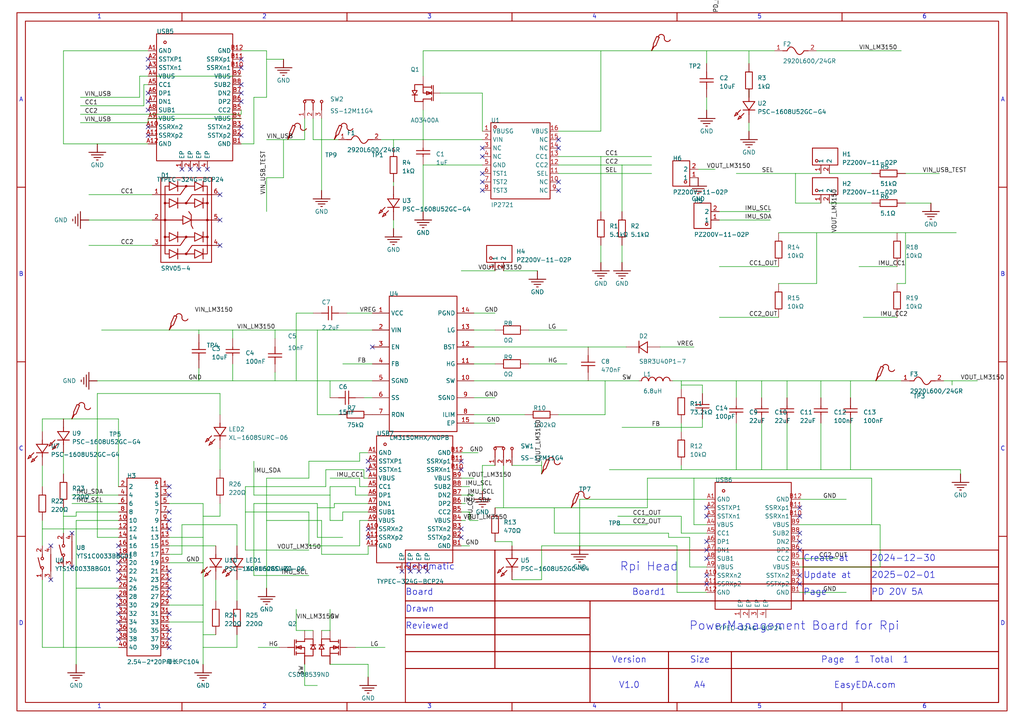
<source format=kicad_sch>
(kicad_sch (version 20231120) (generator "eeschema") (generator_version "8.0")
  (paper "User" 307.34 218.44)
  (no_connect (at 167.64 44.45))
  (no_connect (at 212.09 172.72))
  (no_connect (at 110.49 138.43))
  (no_connect (at 50.8 184.15))
  (no_connect (at 50.8 194.31))
  (no_connect (at 15.24 163.83))
  (no_connect (at 72.39 30.48))
  (no_connect (at 144.78 54.61))
  (no_connect (at 72.39 25.4))
  (no_connect (at 54.61 50.8))
  (no_connect (at 50.8 171.45))
  (no_connect (at 144.78 52.07))
  (no_connect (at 125.73 171.45))
  (no_connect (at 167.64 54.61))
  (no_connect (at 212.09 167.64))
  (no_connect (at 59.69 50.8))
  (no_connect (at 35.56 186.69))
  (no_connect (at 138.43 161.29))
  (no_connect (at 128.27 171.45))
  (no_connect (at 50.8 191.77))
  (no_connect (at 44.45 20.32))
  (no_connect (at 212.09 162.56))
  (no_connect (at 50.8 146.05))
  (no_connect (at 138.43 138.43))
  (no_connect (at 44.45 40.64))
  (no_connect (at 35.56 171.45))
  (no_connect (at 138.43 158.75))
  (no_connect (at 240.03 152.4))
  (no_connect (at 72.39 20.32))
  (no_connect (at 240.03 175.26))
  (no_connect (at 50.8 153.67))
  (no_connect (at 50.8 156.21))
  (no_connect (at 72.39 40.64))
  (no_connect (at 44.45 38.1))
  (no_connect (at 144.78 46.99))
  (no_connect (at 50.8 148.59))
  (no_connect (at 35.56 184.15))
  (no_connect (at 21.59 170.18))
  (no_connect (at 212.09 154.94))
  (no_connect (at 62.23 50.8))
  (no_connect (at 123.19 171.45))
  (no_connect (at 110.49 140.97))
  (no_connect (at 212.09 152.4))
  (no_connect (at 44.45 30.48))
  (no_connect (at 50.8 176.53))
  (no_connect (at 240.03 172.72))
  (no_connect (at 35.56 166.37))
  (no_connect (at 35.56 191.77))
  (no_connect (at 50.8 173.99))
  (no_connect (at 212.09 175.26))
  (no_connect (at 50.8 158.75))
  (no_connect (at 66.04 66.04))
  (no_connect (at 66.04 73.66))
  (no_connect (at 72.39 38.1))
  (no_connect (at 66.04 58.42))
  (no_connect (at 44.45 17.78))
  (no_connect (at 110.49 158.75))
  (no_connect (at 35.56 179.07))
  (no_connect (at 35.56 181.61))
  (no_connect (at 15.24 173.99))
  (no_connect (at 240.03 154.94))
  (no_connect (at 240.03 160.02))
  (no_connect (at 57.15 50.8))
  (no_connect (at 35.56 189.23))
  (no_connect (at 240.03 162.56))
  (no_connect (at 111.76 104.14))
  (no_connect (at 240.03 165.1))
  (no_connect (at 167.64 41.91))
  (no_connect (at 110.49 161.29))
  (no_connect (at 167.64 57.15))
  (no_connect (at 35.56 173.99))
  (no_connect (at 50.8 189.23))
  (no_connect (at 144.78 57.15))
  (no_connect (at 120.65 171.45))
  (no_connect (at 35.56 168.91))
  (no_connect (at 35.56 163.83))
  (no_connect (at 50.8 179.07))
  (no_connect (at 44.45 33.02))
  (no_connect (at 144.78 44.45))
  (no_connect (at 138.43 140.97))
  (no_connect (at 44.45 27.94))
  (no_connect (at 72.39 27.94))
  (no_connect (at 212.09 165.1))
  (no_connect (at 72.39 17.78))
  (no_connect (at 21.59 160.02))
  (wire (pts (xy 99.06 119.38) (xy 99.06 114.3)))
  (polyline (pts (xy 219.508 200.66) (xy 200.636 200.66)) (stroke (width 0.254) (type solid) (color 160 0 0 1)))
  (wire (pts (xy 12.7 194.31) (xy 12.7 173.99)))
  (polyline (pts (xy 252.73 213.36) (xy 252.73 210.82)) (stroke (width 0.254) (type solid) (color 160 0 0 1)))
  (polyline (pts (xy 121.666 200.66) (xy 177.104 200.66)) (stroke (width 0.254) (type solid) (color 160 0 0 1)))
  (wire (pts (xy 50.8 186.69) (xy 60.96 186.69)))
  (wire (pts (xy 264.16 157.48) (xy 261.62 157.48)))
  (wire (pts (xy 224.79 15.24) (xy 224.79 19.05)))
  (wire (pts (xy 170.18 109.22) (xy 158.75 109.22)))
  (wire (pts (xy 22.86 156.21) (xy 35.56 156.21)))
  (wire (pts (xy 180.34 78.74) (xy 180.34 73.66)))
  (wire (pts (xy 35.56 151.13) (xy 21.59 151.13)))
  (wire (pts (xy 71.12 194.31) (xy 71.12 190.5)))
  (wire (pts (xy 212.09 177.8) (xy 203.2 177.8)))
  (wire (pts (xy 142.24 99.06) (xy 148.59 99.06)))
  (wire (pts (xy 228.6 140.97) (xy 220.98 140.97)))
  (wire (pts (xy 212.09 157.48) (xy 208.28 157.48)))
  (wire (pts (xy 204.47 115.57) (xy 210.82 115.57)))
  (wire (pts (xy 44.45 35.56) (xy 44.45 36.83)))
  (wire (pts (xy 173.99 149.86) (xy 212.09 149.86)))
  (wire (pts (xy 66.04 134.62) (xy 66.04 140.97)))
  (polyline (pts (xy 104.14 213.36) (xy 104.14 210.82)) (stroke (width 0.254) (type solid) (color 160 0 0 1)))
  (wire (pts (xy 110.49 199.39) (xy 99.06 199.39)))
  (wire (pts (xy 264.16 170.18) (xy 264.16 157.48)))
  (wire (pts (xy 212.09 15.24) (xy 224.79 15.24)))
  (wire (pts (xy 215.9 66.04) (xy 231.14 66.04)))
  (wire (pts (xy 255.27 114.3) (xy 262.89 114.3)))
  (wire (pts (xy 228.6 114.3) (xy 228.6 119.38)))
  (wire (pts (xy 151.13 152.4) (xy 166.37 152.4)))
  (polyline (pts (xy 241.063 175.26) (xy 241.063 180.34)) (stroke (width 0.254) (type solid) (color 160 0 0 1)))
  (wire (pts (xy 118.11 54.61) (xy 118.11 55.88)))
  (wire (pts (xy 95.25 161.29) (xy 102.87 161.29)))
  (wire (pts (xy 162.56 139.7) (xy 162.56 142.24)))
  (polyline (pts (xy 121.666 165.1) (xy 148.526 165.1)) (stroke (width 0.254) (type solid) (color 160 0 0 1)))
  (wire (pts (xy 106.68 148.59) (xy 106.68 146.05)))
  (wire (pts (xy 72.39 35.56) (xy 44.45 35.56)))
  (polyline (pts (xy 177.104 185.42) (xy 148.526 185.42)) (stroke (width 0.254) (type solid) (color 160 0 0 1)))
  (wire (pts (xy 110.49 203.2) (xy 110.49 199.39)))
  (wire (pts (xy 246.38 60.96) (xy 238.76 60.96)))
  (polyline (pts (xy 148.526 200.66) (xy 121.666 200.66)) (stroke (width 0.254) (type solid) (color 160 0 0 1)))
  (polyline (pts (xy 261.466 165.1) (xy 299.72 165.1)) (stroke (width 0.254) (type solid) (color 160 0 0 1)))
  (polyline (pts (xy 54.61 3.81) (xy 54.61 6.35)) (stroke (width 0.254) (type solid) (color 160 0 0 1)))
  (wire (pts (xy 19.05 154.94) (xy 22.86 154.94)))
  (polyline (pts (xy 261.466 180.34) (xy 241.063 180.34)) (stroke (width 0.254) (type solid) (color 160 0 0 1)))
  (polyline (pts (xy 299.72 170.18) (xy 261.466 170.18)) (stroke (width 0.254) (type solid) (color 160 0 0 1)))
  (wire (pts (xy 29.21 161.29) (xy 35.56 161.29)))
  (wire (pts (xy 110.49 163.83) (xy 110.49 166.37)))
  (wire (pts (xy 35.56 125.73) (xy 21.59 125.73)))
  (polyline (pts (xy 200.636 195.58) (xy 200.636 200.66)) (stroke (width 0.254) (type solid) (color 160 0 0 1)))
  (wire (pts (xy 26.67 66.04) (xy 45.72 66.04)))
  (wire (pts (xy 142.24 104.14) (xy 176.53 104.14)))
  (wire (pts (xy 271.78 69.85) (xy 287.02 69.85)))
  (wire (pts (xy 88.9 182.88) (xy 88.9 189.23)))
  (wire (pts (xy 180.34 15.24) (xy 180.34 39.37)))
  (polyline (pts (xy 219.508 200.66) (xy 219.508 195.58)) (stroke (width 0.254) (type solid) (color 160 0 0 1)))
  (wire (pts (xy 24.13 29.21) (xy 41.91 29.21)))
  (wire (pts (xy 21.59 148.59) (xy 35.56 148.59)))
  (polyline (pts (xy 148.526 185.42) (xy 177.104 185.42)) (stroke (width 0.254) (type solid) (color 160 0 0 1)))
  (wire (pts (xy 173.99 163.83) (xy 162.56 163.83)))
  (wire (pts (xy 80.01 17.78) (xy 85.09 17.78)))
  (polyline (pts (xy 241.063 170.18) (xy 241.063 165.1)) (stroke (width 0.254) (type solid) (color 160 0 0 1)))
  (polyline (pts (xy 148.526 200.66) (xy 148.526 195.58)) (stroke (width 0.254) (type solid) (color 160 0 0 1)))
  (wire (pts (xy 228.6 114.3) (xy 220.98 114.3)))
  (polyline (pts (xy 148.526 190.5) (xy 177.104 190.5)) (stroke (width 0.254) (type solid) (color 160 0 0 1)))
  (wire (pts (xy 107.95 146.05) (xy 107.95 143.51)))
  (wire (pts (xy 138.43 135.89) (xy 143.51 135.89)))
  (wire (pts (xy 95.25 151.13) (xy 95.25 152.4)))
  (wire (pts (xy 21.59 125.73) (xy 19.05 125.73)))
  (wire (pts (xy 224.79 36.83) (xy 224.79 39.37)))
  (wire (pts (xy 118.11 44.45) (xy 118.11 41.91)))
  (wire (pts (xy 88.9 114.3) (xy 88.9 93.98)))
  (polyline (pts (xy 121.666 190.5) (xy 148.526 190.5)) (stroke (width 0.254) (type solid) (color 160 0 0 1)))
  (wire (pts (xy 60.96 151.13) (xy 50.8 151.13)))
  (wire (pts (xy 102.87 156.21) (xy 102.87 153.67)))
  (polyline (pts (xy 261.466 175.26) (xy 241.063 175.26)) (stroke (width 0.254) (type solid) (color 160 0 0 1)))
  (wire (pts (xy 238.76 60.96) (xy 238.76 52.07)))
  (wire (pts (xy 93.98 41.91) (xy 93.98 35.56)))
  (wire (pts (xy 29.21 43.18) (xy 44.45 43.18)))
  (wire (pts (xy 91.44 41.91) (xy 86.36 41.91)))
  (polyline (pts (xy 177.104 195.58) (xy 200.636 195.58)) (stroke (width 0.254) (type solid) (color 160 0 0 1)))
  (wire (pts (xy 102.87 156.21) (xy 99.06 156.21)))
  (wire (pts (xy 140.97 153.67) (xy 140.97 156.21)))
  (polyline (pts (xy 121.666 195.58) (xy 121.666 190.5)) (stroke (width 0.254) (type solid) (color 160 0 0 1)))
  (wire (pts (xy 80.01 143.51) (xy 80.01 156.21)))
  (wire (pts (xy 73.66 165.1) (xy 73.66 153.67)))
  (polyline (pts (xy 261.466 170.18) (xy 241.063 170.18)) (stroke (width 0.254) (type solid) (color 160 0 0 1)))
  (wire (pts (xy 180.34 46.99) (xy 195.58 46.99)))
  (wire (pts (xy 92.71 172.72) (xy 76.2 172.72)))
  (polyline (pts (xy 148.526 180.34) (xy 177.104 180.34)) (stroke (width 0.254) (type solid) (color 160 0 0 1)))
  (polyline (pts (xy 5.08 160.972) (xy 7.62 160.972)) (stroke (width 0.254) (type solid) (color 160 0 0 1)))
  (wire (pts (xy 207.01 161.29) (xy 200.66 161.29)))
  (wire (pts (xy 54.61 157.48) (xy 71.12 157.48)))
  (wire (pts (xy 166.37 152.4) (xy 171.45 152.4)))
  (polyline (pts (xy 148.526 180.34) (xy 148.526 175.26)) (stroke (width 0.254) (type solid) (color 160 0 0 1)))
  (polyline (pts (xy 219.508 210.82) (xy 200.636 210.82)) (stroke (width 0.254) (type solid) (color 160 0 0 1)))
  (polyline (pts (xy 148.526 175.26) (xy 148.526 180.34)) (stroke (width 0.254) (type solid) (color 160 0 0 1)))
  (wire (pts (xy 111.76 93.98) (xy 104.14 93.98)))
  (wire (pts (xy 72.39 43.18) (xy 76.2 43.18)))
  (polyline (pts (xy 177.104 200.66) (xy 148.526 200.66)) (stroke (width 0.254) (type solid) (color 160 0 0 1)))
  (wire (pts (xy 72.39 33.02) (xy 72.39 34.29)))
  (wire (pts (xy 60.96 181.61) (xy 50.8 181.61)))
  (polyline (pts (xy 219.508 210.82) (xy 219.508 200.66)) (stroke (width 0.254) (type solid) (color 160 0 0 1)))
  (wire (pts (xy 85.09 41.91) (xy 85.09 53.34)))
  (wire (pts (xy 80.01 53.34) (xy 80.01 63.5)))
  (wire (pts (xy 220.98 140.97) (xy 204.47 140.97)))
  (wire (pts (xy 285.75 115.57) (xy 285.75 114.3)))
  (wire (pts (xy 19.05 152.4) (xy 19.05 154.94)))
  (wire (pts (xy 204.47 160.02) (xy 212.09 160.02)))
  (wire (pts (xy 110.49 156.21) (xy 107.95 156.21)))
  (wire (pts (xy 162.56 173.99) (xy 153.67 173.99)))
  (wire (pts (xy 180.34 46.99) (xy 167.64 46.99)))
  (polyline (pts (xy 148.526 185.42) (xy 148.526 190.5)) (stroke (width 0.254) (type solid) (color 160 0 0 1)))
  (wire (pts (xy 270.51 114.3) (xy 262.89 114.3)))
  (wire (pts (xy 236.22 114.3) (xy 246.38 114.3)))
  (polyline (pts (xy 302.26 108.585) (xy 299.72 108.585)) (stroke (width 0.254) (type solid) (color 160 0 0 1)))
  (wire (pts (xy 236.22 114.3) (xy 236.22 119.38)))
  (wire (pts (xy 246.38 52.07) (xy 238.76 52.07)))
  (wire (pts (xy 110.49 151.13) (xy 100.33 151.13)))
  (wire (pts (xy 22.86 156.21) (xy 22.86 176.53)))
  (wire (pts (xy 208.28 157.48) (xy 208.28 143.51)))
  (wire (pts (xy 22.86 176.53) (xy 35.56 176.53)))
  (wire (pts (xy 203.2 177.8) (xy 203.2 163.83)))
  (wire (pts (xy 29.21 114.3) (xy 59.69 114.3)))
  (wire (pts (xy 142.24 119.38) (xy 148.59 119.38)))
  (wire (pts (xy 151.13 81.28) (xy 161.29 81.28)))
  (polyline (pts (xy 148.526 165.1) (xy 241.063 165.1)) (stroke (width 0.254) (type solid) (color 160 0 0 1)))
  (wire (pts (xy 83.82 194.31) (xy 77.47 194.31)))
  (wire (pts (xy 92.71 138.43) (xy 92.71 143.51)))
  (wire (pts (xy 201.93 114.3) (xy 204.47 114.3)))
  (polyline (pts (xy 299.72 165.1) (xy 299.72 170.18)) (stroke (width 0.254) (type solid) (color 160 0 0 1)))
  (wire (pts (xy 140.97 156.21) (xy 143.51 156.21)))
  (wire (pts (xy 80.01 29.21) (xy 80.01 17.78)))
  (polyline (pts (xy 299.72 170.18) (xy 299.72 175.26)) (stroke (width 0.254) (type solid) (color 160 0 0 1)))
  (wire (pts (xy 109.22 143.51) (xy 109.22 140.97)))
  (wire (pts (xy 220.98 140.97) (xy 220.98 127)))
  (wire (pts (xy 194.31 157.48) (xy 185.42 157.48)))
  (wire (pts (xy 66.04 118.11) (xy 66.04 124.46)))
  (wire (pts (xy 41.91 29.21) (xy 41.91 22.86)))
  (wire (pts (xy 281.94 52.07) (xy 271.78 52.07)))
  (polyline (pts (xy 299.72 195.58) (xy 177.104 195.58)) (stroke (width 0.254) (type solid) (color 160 0 0 1)))
  (wire (pts (xy 166.37 160.02) (xy 200.66 160.02)))
  (wire (pts (xy 181.61 124.46) (xy 167.64 124.46)))
  (wire (pts (xy 96.52 166.37) (xy 96.52 156.21)))
  (wire (pts (xy 69.85 109.22) (xy 69.85 114.3)))
  (polyline (pts (xy 177.104 195.58) (xy 177.104 180.34)) (stroke (width 0.254) (type solid) (color 160 0 0 1)))
  (wire (pts (xy 64.77 190.5) (xy 60.96 190.5)))
  (wire (pts (xy 96.52 35.56) (xy 96.52 57.15)))
  (polyline (pts (xy 299.72 180.34) (xy 261.466 180.34)) (stroke (width 0.254) (type solid) (color 160 0 0 1)))
  (wire (pts (xy 88.9 189.23) (xy 91.44 189.23)))
  (wire (pts (xy 148.59 81.28) (xy 138.43 81.28)))
  (wire (pts (xy 204.47 154.94) (xy 204.47 160.02)))
  (wire (pts (xy 271.78 85.09) (xy 269.24 85.09)))
  (wire (pts (xy 138.43 163.83) (xy 140.97 163.83)))
  (wire (pts (xy 76.2 151.13) (xy 95.25 151.13)))
  (wire (pts (xy 69.85 114.3) (xy 82.55 114.3)))
  (polyline (pts (xy 177.104 180.34) (xy 177.104 185.42)) (stroke (width 0.254) (type solid) (color 160 0 0 1)))
  (wire (pts (xy 35.56 158.75) (xy 12.7 158.75)))
  (wire (pts (xy 215.9 80.01) (xy 233.68 80.01)))
  (polyline (pts (xy 148.526 175.26) (xy 241.063 175.26)) (stroke (width 0.254) (type solid) (color 160 0 0 1)))
  (wire (pts (xy 224.79 26.67) (xy 224.79 29.21)))
  (polyline (pts (xy 299.72 195.58) (xy 299.72 200.66)) (stroke (width 0.254) (type solid) (color 160 0 0 1)))
  (wire (pts (xy 82.55 111.76) (xy 82.55 114.3)))
  (wire (pts (xy 95.25 124.46) (xy 101.6 124.46)))
  (wire (pts (xy 148.59 109.22) (xy 142.24 109.22)))
  (polyline (pts (xy 121.666 175.26) (xy 121.666 165.1)) (stroke (width 0.254) (type solid) (color 160 0 0 1)))
  (polyline (pts (xy 219.508 195.58) (xy 299.72 195.58)) (stroke (width 0.254) (type solid) (color 160 0 0 1)))
  (wire (pts (xy 138.43 143.51) (xy 142.24 143.51)))
  (wire (pts (xy 96.52 166.37) (xy 110.49 166.37)))
  (wire (pts (xy 76.2 43.18) (xy 76.2 29.21)))
  (polyline (pts (xy 177.104 190.5) (xy 148.526 190.5)) (stroke (width 0.254) (type solid) (color 160 0 0 1)))
  (polyline (pts (xy 177.104 185.42) (xy 177.104 190.5)) (stroke (width 0.254) (type solid) (color 160 0 0 1)))
  (wire (pts (xy 80.01 15.24) (xy 80.01 17.78)))
  (polyline (pts (xy 299.72 180.34) (xy 299.72 195.58)) (stroke (width 0.254) (type solid) (color 160 0 0 1)))
  (wire (pts (xy 54.61 166.37) (xy 54.61 157.48)))
  (wire (pts (xy 72.39 22.86) (xy 44.45 22.86)))
  (wire (pts (xy 59.69 114.3) (xy 69.85 114.3)))
  (polyline (pts (xy 5.08 108.585) (xy 7.62 108.585)) (stroke (width 0.254) (type solid) (color 160 0 0 1)))
  (wire (pts (xy 198.12 104.14) (xy 208.28 104.14)))
  (wire (pts (xy 76.2 29.21) (xy 80.01 29.21)))
  (wire (pts (xy 288.29 140.97) (xy 288.29 142.24)))
  (wire (pts (xy 69.85 101.6) (xy 69.85 99.06)))
  (wire (pts (xy 245.11 85.09) (xy 233.68 85.09)))
  (wire (pts (xy 19.05 43.18) (xy 19.05 15.24)))
  (wire (pts (xy 293.37 114.3) (xy 285.75 114.3)))
  (polyline (pts (xy 148.526 175.26) (xy 148.526 165.1)) (stroke (width 0.254) (type solid) (color 160 0 0 1)))
  (wire (pts (xy 191.77 114.3) (xy 181.61 114.3)))
  (polyline (pts (xy 148.526 190.5) (xy 148.526 195.58)) (stroke (width 0.254) (type solid) (color 160 0 0 1)))
  (wire (pts (xy 127 41.91) (xy 144.78 41.91)))
  (wire (pts (xy 22.86 194.31) (xy 19.05 194.31)))
  (wire (pts (xy 82.55 99.06) (xy 95.25 99.06)))
  (wire (pts (xy 151.13 152.4) (xy 148.59 152.4)))
  (polyline (pts (xy 148.526 195.58) (xy 148.526 190.5)) (stroke (width 0.254) (type solid) (color 160 0 0 1)))
  (wire (pts (xy 176.53 114.3) (xy 181.61 114.3)))
  (polyline (pts (xy 252.73 3.81) (xy 252.73 6.35)) (stroke (width 0.254) (type solid) (color 160 0 0 1)))
  (wire (pts (xy 127 49.53) (xy 127 63.5)))
  (polyline (pts (xy 177.104 180.34) (xy 299.72 180.34)) (stroke (width 0.254) (type solid) (color 160 0 0 1)))
  (polyline (pts (xy 121.666 180.34) (xy 148.526 180.34)) (stroke (width 0.254) (type solid) (color 160 0 0 1)))
  (polyline (pts (xy 200.636 210.82) (xy 177.104 210.82)) (stroke (width 0.254) (type solid) (color 160 0 0 1)))
  (wire (pts (xy 92.71 165.1) (xy 73.66 165.1)))
  (wire (pts (xy 246.38 114.3) (xy 246.38 119.38)))
  (wire (pts (xy 215.9 63.5) (xy 231.14 63.5)))
  (wire (pts (xy 204.47 127) (xy 204.47 128.27)))
  (wire (pts (xy 173.99 163.83) (xy 203.2 163.83)))
  (wire (pts (xy 162.56 139.7) (xy 162.56 138.43)))
  (wire (pts (xy 100.33 152.4) (xy 100.33 151.13)))
  (polyline (pts (xy 261.466 175.26) (xy 261.466 170.18)) (stroke (width 0.254) (type solid) (color 160 0 0 1)))
  (wire (pts (xy 186.69 49.53) (xy 167.64 49.53)))
  (wire (pts (xy 71.12 157.48) (xy 71.12 163.83)))
  (wire (pts (xy 245.11 15.24) (xy 270.51 15.24)))
  (wire (pts (xy 240.03 149.86) (xy 254 149.86)))
  (polyline (pts (xy 200.636 200.66) (xy 177.104 200.66)) (stroke (width 0.254) (type solid) (color 160 0 0 1)))
  (wire (pts (xy 212.09 33.02) (xy 212.09 29.21)))
  (polyline (pts (xy 200.636 200.66) (xy 219.508 200.66)) (stroke (width 0.254) (type solid) (color 160 0 0 1)))
  (wire (pts (xy 64.77 163.83) (xy 50.8 163.83)))
  (wire (pts (xy 80.01 15.24) (xy 72.39 15.24)))
  (wire (pts (xy 210.82 115.57) (xy 210.82 118.11)))
  (wire (pts (xy 69.85 99.06) (xy 82.55 99.06)))
  (polyline (pts (xy 203.2 3.81) (xy 203.2 6.35)) (stroke (width 0.254) (type solid) (color 160 0 0 1)))
  (polyline (pts (xy 177.104 210.82) (xy 121.666 210.82)) (stroke (width 0.254) (type solid) (color 160 0 0 1)))
  (wire (pts (xy 43.18 25.4) (xy 43.18 31.75)))
  (wire (pts (xy 19.05 43.18) (xy 29.21 43.18)))
  (wire (pts (xy 245.11 69.85) (xy 269.24 69.85)))
  (polyline (pts (xy 241.063 175.26) (xy 241.063 170.18)) (stroke (width 0.254) (type solid) (color 160 0 0 1)))
  (wire (pts (xy 220.98 52.07) (xy 238.76 52.07)))
  (polyline (pts (xy 177.104 200.66) (xy 177.104 195.58)) (stroke (width 0.254) (type solid) (color 160 0 0 1)))
  (wire (pts (xy 261.62 143.51) (xy 208.28 143.51)))
  (wire (pts (xy 180.34 15.24) (xy 195.58 15.24)))
  (wire (pts (xy 59.69 99.06) (xy 50.8 99.06)))
  (wire (pts (xy 138.43 156.21) (xy 139.7 156.21)))
  (wire (pts (xy 99.06 148.59) (xy 99.06 156.21)))
  (wire (pts (xy 248.92 60.96) (xy 261.62 60.96)))
  (wire (pts (xy 107.95 156.21) (xy 107.95 163.83)))
  (wire (pts (xy 102.87 153.67) (xy 110.49 153.67)))
  (wire (pts (xy 73.66 146.05) (xy 97.79 146.05)))
  (wire (pts (xy 95.25 99.06) (xy 95.25 124.46)))
  (wire (pts (xy 138.43 148.59) (xy 142.24 148.59)))
  (polyline (pts (xy 261.466 170.18) (xy 261.466 175.26)) (stroke (width 0.254) (type solid) (color 160 0 0 1)))
  (wire (pts (xy 12.7 125.73) (xy 12.7 129.54)))
  (wire (pts (xy 22.86 153.67) (xy 35.56 153.67)))
  (wire (pts (xy 246.38 140.97) (xy 246.38 127)))
  (wire (pts (xy 240.03 167.64) (xy 251.46 167.64)))
  (polyline (pts (xy 261.466 175.26) (xy 261.466 180.34)) (stroke (width 0.254) (type solid) (color 160 0 0 1)))
  (polyline (pts (xy 261.466 170.18) (xy 261.466 165.1)) (stroke (width 0.254) (type solid) (color 160 0 0 1)))
  (wire (pts (xy 283.21 114.3) (xy 285.75 114.3)))
  (wire (pts (xy 24.13 34.29) (xy 72.39 34.29)))
  (wire (pts (xy 245.11 69.85) (xy 245.11 85.09)))
  (polyline (pts (xy 302.26 56.197) (xy 299.72 56.197)) (stroke (width 0.254) (type solid) (color 160 0 0 1)))
  (polyline (pts (xy 299.72 210.82) (xy 219.508 210.82)) (stroke (width 0.254) (type solid) (color 160 0 0 1)))
  (polyline (pts (xy 121.666 185.42) (xy 121.666 180.34)) (stroke (width 0.254) (type solid) (color 160 0 0 1)))
  (wire (pts (xy 24.13 36.83) (xy 44.45 36.83)))
  (wire (pts (xy 109.22 140.97) (xy 97.79 140.97)))
  (wire (pts (xy 151.13 139.7) (xy 151.13 152.4)))
  (wire (pts (xy 99.06 189.23) (xy 99.06 182.88)))
  (wire (pts (xy 93.98 41.91) (xy 100.33 41.91)))
  (wire (pts (xy 204.47 128.27) (xy 186.69 128.27)))
  (wire (pts (xy 12.7 194.31) (xy 19.05 194.31)))
  (wire (pts (xy 59.69 110.49) (xy 59.69 114.3)))
  (wire (pts (xy 194.31 143.51) (xy 194.31 152.4)))
  (wire (pts (xy 50.8 168.91) (xy 60.96 168.91)))
  (wire (pts (xy 142.24 93.98) (xy 148.59 93.98)))
  (wire (pts (xy 212.09 15.24) (xy 195.58 15.24)))
  (wire (pts (xy 236.22 140.97) (xy 236.22 127)))
  (polyline (pts (xy 148.526 165.1) (xy 148.526 175.26)) (stroke (width 0.254) (type solid) (color 160 0 0 1)))
  (wire (pts (xy 153.67 162.56) (xy 153.67 163.83)))
  (wire (pts (xy 71.12 173.99) (xy 71.12 180.34)))
  (wire (pts (xy 240.03 170.18) (xy 264.16 170.18)))
  (wire (pts (xy 19.05 135.89) (xy 19.05 142.24)))
  (polyline (pts (xy 200.636 200.66) (xy 200.636 195.58)) (stroke (width 0.254) (type solid) (color 160 0 0 1)))
  (wire (pts (xy 41.91 22.86) (xy 44.45 22.86)))
  (wire (pts (xy 97.79 140.97) (xy 97.79 146.05)))
  (wire (pts (xy 186.69 78.74) (xy 186.69 73.66)))
  (polyline (pts (xy 148.526 185.42) (xy 148.526 180.34)) (stroke (width 0.254) (type solid) (color 160 0 0 1)))
  (wire (pts (xy 127 41.91) (xy 118.11 41.91)))
  (wire (pts (xy 99.06 146.05) (xy 106.68 146.05)))
  (wire (pts (xy 107.95 135.89) (xy 107.95 138.43)))
  (wire (pts (xy 194.31 143.51) (xy 208.28 143.51)))
  (wire (pts (xy 24.13 31.75) (xy 43.18 31.75)))
  (wire (pts (xy 64.77 173.99) (xy 64.77 180.34)))
  (wire (pts (xy 148.59 139.7) (xy 144.78 139.7)))
  (wire (pts (xy 91.44 205.74) (xy 91.44 199.39)))
  (wire (pts (xy 236.22 140.97) (xy 228.6 140.97)))
  (wire (pts (xy 44.45 25.4) (xy 43.18 25.4)))
  (polyline (pts (xy 121.666 185.42) (xy 148.526 185.42)) (stroke (width 0.254) (type solid) (color 160 0 0 1)))
  (polyline (pts (xy 5.08 56.197) (xy 7.62 56.197)) (stroke (width 0.254) (type solid) (color 160 0 0 1)))
  (wire (pts (xy 210.82 128.27) (xy 210.82 125.73)))
  (wire (pts (xy 110.49 135.89) (xy 107.95 135.89)))
  (wire (pts (xy 96.52 189.23) (xy 99.06 189.23)))
  (wire (pts (xy 288.29 140.97) (xy 255.27 140.97)))
  (wire (pts (xy 233.68 95.25) (xy 215.9 95.25)))
  (wire (pts (xy 204.47 140.97) (xy 204.47 139.7)))
  (wire (pts (xy 173.99 149.86) (xy 173.99 163.83)))
  (wire (pts (xy 261.62 157.48) (xy 261.62 143.51)))
  (wire (pts (xy 12.7 139.7) (xy 12.7 146.05)))
  (wire (pts (xy 204.47 114.3) (xy 220.98 114.3)))
  (wire (pts (xy 236.22 114.3) (xy 228.6 114.3)))
  (wire (pts (xy 50.8 161.29) (xy 60.96 161.29)))
  (polyline (pts (xy 148.526 180.34) (xy 121.666 180.34)) (stroke (width 0.254) (type solid) (color 160 0 0 1)))
  (polyline (pts (xy 121.666 195.58) (xy 148.526 195.58)) (stroke (width 0.254) (type solid) (color 160 0 0 1)))
  (polyline (pts (xy 261.466 180.34) (xy 261.466 175.26)) (stroke (width 0.254) (type solid) (color 160 0 0 1)))
  (wire (pts (xy 76.2 148.59) (xy 76.2 138.43)))
  (wire (pts (xy 182.88 140.97) (xy 204.47 140.97)))
  (wire (pts (xy 111.76 109.22) (xy 102.87 109.22)))
  (wire (pts (xy 195.58 52.07) (xy 167.64 52.07)))
  (wire (pts (xy 144.78 27.94) (xy 132.08 27.94)))
  (polyline (pts (xy 177.104 200.66) (xy 200.636 200.66)) (stroke (width 0.254) (type solid) (color 160 0 0 1)))
  (wire (pts (xy 91.44 41.91) (xy 91.44 35.56)))
  (wire (pts (xy 110.49 143.51) (xy 109.22 143.51)))
  (wire (pts (xy 35.56 125.73) (xy 35.56 146.05)))
  (wire (pts (xy 153.67 139.7) (xy 162.56 139.7)))
  (polyline (pts (xy 302.26 160.972) (xy 299.72 160.972)) (stroke (width 0.254) (type solid) (color 160 0 0 1)))
  (wire (pts (xy 73.66 153.67) (xy 73.66 146.05)))
  (polyline (pts (xy 148.526 195.58) (xy 121.666 195.58)) (stroke (width 0.254) (type solid) (color 160 0 0 1)))
  (wire (pts (xy 138.43 151.13) (xy 139.7 151.13)))
  (wire (pts (xy 207.01 170.18) (xy 207.01 161.29)))
  (wire (pts (xy 80.01 143.51) (xy 92.71 143.51)))
  (wire (pts (xy 60.96 168.91) (xy 60.96 161.29)))
  (polyline (pts (xy 261.466 165.1) (xy 261.466 170.18)) (stroke (width 0.254) (type solid) (color 160 0 0 1)))
  (wire (pts (xy 204.47 114.3) (xy 204.47 115.57)))
  (polyline (pts (xy 148.526 190.5) (xy 148.526 185.42)) (stroke (width 0.254) (type solid) (color 160 0 0 1)))
  (wire (pts (xy 240.03 177.8) (xy 254 177.8)))
  (wire (pts (xy 127 15.24) (xy 180.34 15.24)))
  (wire (pts (xy 59.69 99.06) (xy 69.85 99.06)))
  (wire (pts (xy 271.78 60.96) (xy 279.4 60.96)))
  (wire (pts (xy 269.24 80.01) (xy 257.81 80.01)))
  (wire (pts (xy 82.55 114.3) (xy 88.9 114.3)))
  (wire (pts (xy 187.96 104.14) (xy 176.53 104.14)))
  (polyline (pts (xy 299.72 200.66) (xy 219.508 200.66)) (stroke (width 0.254) (type solid) (color 160 0 0 1)))
  (wire (pts (xy 255.27 140.97) (xy 246.38 140.97)))
  (wire (pts (xy 80.01 176.53) (xy 80.01 156.21)))
  (wire (pts (xy 82.55 101.6) (xy 82.55 99.06)))
  (wire (pts (xy 86.36 41.91) (xy 85.09 41.91)))
  (polyline (pts (xy 200.636 210.82) (xy 200.636 200.66)) (stroke (width 0.254) (type solid) (color 160 0 0 1)))
  (wire (pts (xy 99.06 143.51) (xy 107.95 143.51)))
  (wire (pts (xy 269.24 95.25) (xy 259.08 95.25)))
  (wire (pts (xy 60.96 190.5) (xy 60.96 194.31)))
  (polyline (pts (xy 241.063 180.34) (xy 148.526 180.34)) (stroke (width 0.254) (type solid) (color 160 0 0 1)))
  (polyline (pts (xy 148.526 180.34) (xy 148.526 185.42)) (stroke (width 0.254) (type solid) (color 160 0 0 1)))
  (wire (pts (xy 88.9 93.98) (xy 93.98 93.98)))
  (wire (pts (xy 12.7 158.75) (xy 12.7 156.21)))
  (wire (pts (xy 194.31 152.4) (xy 171.45 152.4)))
  (wire (pts (xy 186.69 49.53) (xy 186.69 63.5)))
  (wire (pts (xy 85.09 53.34) (xy 80.01 53.34)))
  (wire (pts (xy 220.98 114.3) (xy 220.98 119.38)))
  (polyline (pts (xy 241.063 175.26) (xy 148.526 175.26)) (stroke (width 0.254) (type solid) (color 160 0 0 1)))
  (wire (pts (xy 269.24 69.85) (xy 271.78 69.85)))
  (polyline (pts (xy 148.526 190.5) (xy 121.666 190.5)) (stroke (width 0.254) (type solid) (color 160 0 0 1)))
  (wire (pts (xy 111.76 114.3) (xy 99.06 114.3)))
  (polyline (pts (xy 200.636 195.58) (xy 219.508 195.58)) (stroke (width 0.254) (type solid) (color 160 0 0 1)))
  (wire (pts (xy 76.2 148.59) (xy 99.06 148.59)))
  (wire (pts (xy 158.75 99.06) (xy 170.18 99.06)))
  (wire (pts (xy 142.24 127) (xy 148.59 127)))
  (wire (pts (xy 212.09 15.24) (xy 212.09 19.05)))
  (wire (pts (xy 232.41 15.24) (xy 224.79 15.24)))
  (wire (pts (xy 93.98 189.23) (xy 91.44 189.23)))
  (polyline (pts (xy 203.2 213.36) (xy 203.2 210.82)) (stroke (width 0.254) (type solid) (color 160 0 0 1)))
  (wire (pts (xy 101.6 41.91) (xy 100.33 41.91)))
  (polyline (pts (xy 219.508 200.66) (xy 219.508 210.82)) (stroke (width 0.254) (type solid) (color 160 0 0 1)))
  (polyline (pts (xy 177.104 190.5) (xy 177.104 195.58)) (stroke (width 0.254) (type solid) (color 160 0 0 1)))
  (wire (pts (xy 271.78 69.85) (xy 271.78 85.09)))
  (polyline (pts (xy 121.666 190.5) (xy 121.666 185.42)) (stroke (width 0.254) (type solid) (color 160 0 0 1)))
  (wire (pts (xy 204.47 128.27) (xy 210.82 128.27)))
  (polyline (pts (xy 241.063 175.26) (xy 261.466 175.26)) (stroke (width 0.254) (type solid) (color 160 0 0 1)))
  (polyline (pts (xy 261.466 175.26) (xy 299.72 175.26)) (stroke (width 0.254) (type solid) (color 160 0 0 1)))
  (wire (pts (xy 246.38 114.3) (xy 255.27 114.3)))
  (wire (pts (xy 19.05 160.02) (xy 19.05 154.94)))
  (wire (pts (xy 66.04 154.94) (xy 66.04 151.13)))
  (wire (pts (xy 118.11 66.04) (xy 118.11 68.58)))
  (wire (pts (xy 142.24 114.3) (xy 176.53 114.3)))
  (wire (pts (xy 26.67 73.66) (xy 45.72 73.66)))
  (polyline (pts (xy 153.67 3.81) (xy 153.67 6.35)) (stroke (width 0.254) (type solid) (color 160 0 0 1)))
  (polyline (pts (xy 261.466 170.18) (xy 299.72 170.18)) (stroke (width 0.254) (type solid) (color 160 0 0 1)))
  (polyline (pts (xy 54.61 213.36) (xy 54.61 210.82)) (stroke (width 0.254) (type solid) (color 160 0 0 1)))
  (wire (pts (xy 19.05 15.24) (xy 44.45 15.24)))
  (wire (pts (xy 185.42 154.94) (xy 204.47 154.94)))
  (wire (pts (xy 22.86 194.31) (xy 35.56 194.31)))
  (polyline (pts (xy 219.508 195.58) (xy 219.508 200.66)) (stroke (width 0.254) (type solid) (color 160 0 0 1)))
  (wire (pts (xy 19.05 194.31) (xy 19.05 170.18)))
  (wire (pts (xy 22.86 154.94) (xy 22.86 153.67)))
  (wire (pts (xy 166.37 152.4) (xy 166.37 160.02)))
  (wire (pts (xy 99.06 114.3) (xy 88.9 114.3)))
  (wire (pts (xy 248.92 52.07) (xy 261.62 52.07)))
  (polyline (pts (xy 121.666 200.66) (xy 121.666 195.58)) (stroke (width 0.254) (type solid) (color 160 0 0 1)))
  (polyline (pts (xy 241.063 180.34) (xy 241.063 175.26)) (stroke (width 0.254) (type solid) (color 160 0 0 1)))
  (wire (pts (xy 162.56 163.83) (xy 162.56 173.99)))
  (polyline (pts (xy 299.72 175.26) (xy 299.72 180.34)) (stroke (width 0.254) (type solid) (color 160 0 0 1)))
  (wire (pts (xy 92.71 163.83) (xy 92.71 153.67)))
  (polyline (pts (xy 177.104 210.82) (xy 177.104 200.66)) (stroke (width 0.254) (type solid) (color 160 0 0 1)))
  (wire (pts (xy 22.86 199.39) (xy 22.86 194.31)))
  (wire (pts (xy 60.96 168.91) (xy 60.96 181.61)))
  (wire (pts (xy 240.03 157.48) (xy 261.62 157.48)))
  (polyline (pts (xy 200.636 200.66) (xy 200.636 210.82)) (stroke (width 0.254) (type solid) (color 160 0 0 1)))
  (polyline (pts (xy 153.67 213.36) (xy 153.67 210.82)) (stroke (width 0.254) (type solid) (color 160 0 0 1)))
  (polyline (pts (xy 148.526 195.58) (xy 177.104 195.58)) (stroke (width 0.254) (type solid) (color 160 0 0 1)))
  (wire (pts (xy 30.48 99.06) (xy 50.8 99.06)))
  (wire (pts (xy 142.24 124.46) (xy 157.48 124.46)))
  (wire (pts (xy 204.47 116.84) (xy 204.47 115.57)))
  (wire (pts (xy 66.04 118.11) (xy 29.21 118.11)))
  (wire (pts (xy 233.68 69.85) (xy 245.11 69.85)))
  (polyline (pts (xy 121.666 210.82) (xy 121.666 200.66)) (stroke (width 0.254) (type solid) (color 160 0 0 1)))
  (wire (pts (xy 95.25 152.4) (xy 100.33 152.4)))
  (wire (pts (xy 138.43 153.67) (xy 140.97 153.67)))
  (wire (pts (xy 127 22.86) (xy 127 15.24)))
  (wire (pts (xy 29.21 118.11) (xy 29.21 161.29)))
  (wire (pts (xy 26.67 58.42) (xy 45.72 58.42)))
  (wire (pts (xy 180.34 39.37) (xy 167.64 39.37)))
  (wire (pts (xy 106.68 194.31) (xy 115.57 194.31)))
  (wire (pts (xy 144.78 39.37) (xy 144.78 27.94)))
  (wire (pts (xy 60.96 181.61) (xy 60.96 186.69)))
  (wire (pts (xy 255.27 140.97) (xy 255.27 127)))
  (wire (pts (xy 80.01 156.21) (xy 96.52 156.21)))
  (wire (pts (xy 111.76 99.06) (xy 95.25 99.06)))
  (wire (pts (xy 111.76 119.38) (xy 109.22 119.38)))
  (polyline (pts (xy 121.666 175.26) (xy 148.526 175.26)) (stroke (width 0.254) (type solid) (color 160 0 0 1)))
  (wire (pts (xy 144.78 49.53) (xy 127 49.53)))
  (wire (pts (xy 153.67 162.56) (xy 148.59 162.56)))
  (wire (pts (xy 200.66 161.29) (xy 200.66 160.02)))
  (wire (pts (xy 60.96 186.69) (xy 60.96 190.5)))
  (wire (pts (xy 12.7 163.83) (xy 12.7 158.75)))
  (wire (pts (xy 76.2 172.72) (xy 76.2 151.13)))
  (polyline (pts (xy 148.526 175.26) (xy 121.666 175.26)) (stroke (width 0.254) (type solid) (color 160 0 0 1)))
  (wire (pts (xy 228.6 140.97) (xy 228.6 127)))
  (wire (pts (xy 59.69 100.33) (xy 59.69 99.06)))
  (polyline (pts (xy 148.526 185.42) (xy 121.666 185.42)) (stroke (width 0.254) (type solid) (color 160 0 0 1)))
  (wire (pts (xy 110.49 146.05) (xy 107.95 146.05)))
  (wire (pts (xy 212.09 170.18) (xy 207.01 170.18)))
  (wire (pts (xy 144.78 139.7) (xy 144.78 147.32)))
  (wire (pts (xy 204.47 129.54) (xy 204.47 128.27)))
  (polyline (pts (xy 177.104 200.66) (xy 177.104 210.82)) (stroke (width 0.254) (type solid) (color 160 0 0 1)))
  (wire (pts (xy 186.69 49.53) (xy 195.58 49.53)))
  (polyline (pts (xy 241.063 165.1) (xy 261.466 165.1)) (stroke (width 0.254) (type solid) (color 160 0 0 1)))
  (wire (pts (xy 95.25 152.4) (xy 95.25 161.29)))
  (polyline (pts (xy 299.72 175.26) (xy 261.466 175.26)) (stroke (width 0.254) (type solid) (color 160 0 0 1)))
  (wire (pts (xy 12.7 125.73) (xy 19.05 125.73)))
  (wire (pts (xy 92.71 153.67) (xy 73.66 153.67)))
  (wire (pts (xy 118.11 41.91) (xy 114.3 41.91)))
  (wire (pts (xy 209.55 50.8) (xy 214.63 50.8)))
  (wire (pts (xy 66.04 154.94) (xy 60.96 154.94)))
  (wire (pts (xy 50.8 166.37) (xy 54.61 166.37)))
  (wire (pts (xy 60.96 151.13) (xy 60.96 154.94)))
  (wire (pts (xy 22.86 176.53) (xy 22.86 194.31)))
  (polyline (pts (xy 177.104 195.58) (xy 177.104 200.66)) (stroke (width 0.254) (type solid) (color 160 0 0 1)))
  (polyline (pts (xy 241.063 170.18) (xy 261.466 170.18)) (stroke (width 0.254) (type solid) (color 160 0 0 1)))
  (wire (pts (xy 95.25 205.74) (xy 91.44 205.74)))
  (wire (pts (xy 246.38 140.97) (xy 236.22 140.97)))
  (polyline (pts (xy 299.72 200.66) (xy 299.72 210.82)) (stroke (width 0.254) (type solid) (color 160 0 0 1)))
  (wire (pts (xy 99.06 148.59) (xy 99.06 146.05)))
  (wire (pts (xy 127 33.02) (xy 127 41.91)))
  (wire (pts (xy 255.27 114.3) (xy 255.27 119.38)))
  (wire (pts (xy 181.61 114.3) (xy 181.61 124.46)))
  (wire (pts (xy 110.49 148.59) (xy 106.68 148.59)))
  (wire (pts (xy 92.71 163.83) (xy 107.95 163.83)))
  (polyline (pts (xy 148.526 195.58) (xy 148.526 200.66)) (stroke (width 0.254) (type solid) (color 160 0 0 1)))
  (polyline (pts (xy 121.666 180.34) (xy 121.666 175.26)) (stroke (width 0.254) (type solid) (color 160 0 0 1)))
  (wire (pts (xy 60.96 161.29) (xy 60.96 154.94)))
  (polyline (pts (xy 241.063 165.1) (xy 241.063 175.26)) (stroke (width 0.254) (type solid) (color 160 0 0 1)))
  (polyline (pts (xy 104.14 3.81) (xy 104.14 6.35)) (stroke (width 0.254) (type solid) (color 160 0 0 1)))
  (wire (pts (xy 60.96 194.31) (xy 71.12 194.31)))
  (wire (pts (xy 92.71 138.43) (xy 107.95 138.43)))
  (polyline (pts (xy 177.104 195.58) (xy 148.526 195.58)) (stroke (width 0.254) (type solid) (color 160 0 0 1)))
  (wire (pts (xy 60.96 199.39) (xy 60.96 194.31)))
  (wire (pts (xy 80.01 41.91) (xy 85.09 41.91)))
  (polyline (pts (xy 219.508 200.66) (xy 299.72 200.66)) (stroke (width 0.254) (type solid) (color 160 0 0 1)))
  (wire (pts (xy 138.43 146.05) (xy 140.97 146.05)))
  (wire (pts (xy 180.34 46.99) (xy 180.34 63.5)))
  (rectangle (start 299.72 6.35) (end 7.62 210.82) (stroke (width 0.254) (color 160 0 0 1)))
  (rectangle (start 302.26 3.81) (end 5.08 213.36) (stroke (width 0.254) (color 160 0 0 1)))
  (text "C" (at 6.35 134.779 0) (effects (font (size 1.27 1.27))))
  (text "Page" (at 241.063 177.8 0) (effects (font (size 1.905 1.905)) (justify left)))
  (text "D" (at 300.99 187.166 0) (effects (font (size 1.27 1.27))))
  (text "Drawn" (at 121.666 182.88 0) (effects (font (size 1.905 1.905)) (justify left)))
  (text "Reviewed" (at 121.666 187.96 0) (effects (font (size 1.905 1.905)) (justify left)))
  (text "A4" (at 210.072 205.74 0) (effects (font (size 1.905 1.905))))
  (text "B" (at 6.35 82.391 0) (effects (font (size 1.27 1.27))))
  (text "PD 20V 5A" (at 261.466 177.8 0) (effects (font (size 1.905 1.905)) (justify left)))
  (text "PowerManagement Board for Rpi" (at 238.412 187.96 0) (effects (font (size 2.54 2.54))))
  (text "" (at 148.526 187.96 0) (effects (font (size 1.905 1.905)) (justify left)))
  (text "Board1" (at 194.794 177.8 0) (effects (font (size 1.905 1.905))))
  (text "3" (at 128.905 212.09 0) (effects (font (size 1.27 1.27))))
  (text "2025-02-01" (at 261.466 172.72 0) (effects (font (size 1.905 1.905)) (justify left)))
  (text "2" (at 79.375 212.09 0) (effects (font (size 1.27 1.27))))
  (text "3" (at 128.905 5.08 0) (effects (font (size 1.27 1.27))))
  (text "1" (at 29.845 5.08 0) (effects (font (size 1.27 1.27))))
  (text "Rpi Head" (at 194.794 170.18 0) (effects (font (size 2.54 2.54))))
  (text "Create at" (at 241.063 167.64 0) (effects (font (size 1.905 1.905)) (justify left)))
  (text "A" (at 300.99 30.004 0) (effects (font (size 1.27 1.27))))
  (text "Page  1  Total  1" (at 259.614 198.12 0) (effects (font (size 1.905 1.905))))
  (text "" (at 148.526 182.88 0) (effects (font (size 1.905 1.905)) (justify left)))
  (text "Board" (at 121.666 177.8 0) (effects (font (size 1.905 1.905)) (justify left)))
  (text "C" (at 300.99 134.779 0) (effects (font (size 1.27 1.27))))
  (text "D" (at 6.35 187.166 0) (effects (font (size 1.27 1.27))))
  (text "B" (at 300.99 82.391 0) (effects (font (size 1.27 1.27))))
  (text "2024-12-30" (at 261.466 167.64 0) (effects (font (size 1.905 1.905)) (justify left)))
  (text "V1.0" (at 188.87 205.74 0) (effects (font (size 1.905 1.905))))
  (text "6" (at 277.495 212.09 0) (effects (font (size 1.27 1.27))))
  (text "EasyEDA.com" (at 259.614 205.74 0) (effects (font (size 1.905 1.905))))
  (text "5" (at 227.965 5.08 0) (effects (font (size 1.27 1.27))))
  (text "5" (at 227.965 212.09 0) (effects (font (size 1.27 1.27))))
  (text "6" (at 277.495 5.08 0) (effects (font (size 1.27 1.27))))
  (text "4" (at 178.435 212.09 0) (effects (font (size 1.27 1.27))))
  (text "Schematic" (at 121.666 170.18 0) (effects (font (size 1.905 1.905)) (justify left)))
  (text "Update at" (at 241.063 172.72 0) (effects (font (size 1.905 1.905)) (justify left)))
  (text "Size" (at 210.072 198.12 0) (effects (font (size 1.905 1.905))))
  (text "A" (at 6.35 30.004 0) (effects (font (size 1.27 1.27))))
  (text "Version" (at 188.87 198.12 0) (effects (font (size 1.905 1.905))))
  (text "4" (at 178.435 5.08 0) (effects (font (size 1.27 1.27))))
  (text "1" (at 29.845 212.09 0) (effects (font (size 1.27 1.27))))
  (text "2" (at 79.375 5.08 0) (effects (font (size 1.27 1.27))))
  (label "GND" (at 145.415 119.38 0))
  (label "CC2_OUT" (at 189.865 157.48 0))
  (label "VIN_USB" (at 25.4 29.21 0))
  (label "IMU_SCL" (at 223.52 63.5 0))
  (label "" (at 208.28 154.94 90))
  (label "VIN_LM3150" (at 58.42 93.98 0))
  (label "" (at 151.13 162.56 0))
  (label "IMU_SCL" (at 140.335 148.59 0))
  (label "GND" (at 56.515 114.3 0))
  (label "CC2" (at 25.4 34.29 0))
  (label "SW" (at 91.44 202.565 90))
  (label "IMU_CC2" (at 264.16 95.25 0))
  (label "GND" (at 247.015 149.86 0))
  (label "SEL" (at 228.6 52.07 0))
  (label "VIN_LM3150" (at 257.81 15.24 0))
  (label "" (at 236.22 116.84 90))
  (label "IMU_SCL" (at 22.86 151.13 0))
  (label "VOUT_LM3150" (at 143.51 81.28 0))
  (label "CC2_OUT" (at 245.745 167.64 0))
  (label "VOUT_LM3150" (at 162.56 139.065 90))
  (label "CC2" (at 181.61 49.53 0))
  (label "VOUT_LM3150" (at 139.065 156.21 0))
  (label "CC1_OUT" (at 189.865 154.94 0))
  (label "" (at 97.79 41.91 0))
  (label "" (at 27.305 153.67 0))
  (label "GND" (at 146.05 127 0))
  (label "LG" (at 164.465 99.06 0))
  (label "VOUT_LM3150" (at 83.185 165.1 0))
  (label "VOUT_LM3150" (at 212.09 50.8 0))
  (label "VREG" (at 203.2 104.14 0))
  (label "FB" (at 195.58 128.27 0))
  (label "CC1" (at 25.4 31.75 0))
  (label "FB" (at 107.315 109.22 0))
  (label "GND" (at 145.415 93.98 0))
  (label "IMU_SDA" (at 139.065 151.13 0))
  (label "IMU_SDA" (at 22.86 148.59 0))
  (label "VIN_LM3150" (at 88.9 186.055 0))
  (label "VIN_USB_TEST" (at 80.01 58.42 90))
  (label "" (at 19.05 138.43 0))
  (label "VIN_USB" (at 80.01 41.91 0))
  (label "" (at 24.13 125.73 90))
  (label "IMU_SDA" (at 76.2 142.24 0))
  (label "VOUT_LM3150" (at 140.335 143.51 0))
  (label "CC1_OUT" (at 224.79 80.01 0))
  (label "IMU_SCL" (at 84.455 172.72 0))
  (label "IMU_SCL" (at 139.7 146.05 0))
  (label "" (at 165.1 104.14 0))
  (label "CC2" (at 36.195 73.66 0))
  (label "SW" (at 186.69 114.3 0))
  (label "CC1" (at 181.61 46.99 0))
  (label "VIN_USB_TEST" (at 276.86 52.07 0))
  (label "VREG" (at 107.95 93.98 0))
  (label "" (at 24.13 158.75 0))
  (label "IMU_CC1" (at 100.965 143.51 0))
  (label "IMU_CC2" (at 142.24 156.21 90))
  (label "HG" (at 80.645 194.31 0))
  (label "GND" (at 247.015 177.8 0))
  (label "IMU_SDA" (at 223.52 66.04 0))
  (label "VIN_USB" (at 25.4 36.83 0))
  (label "LG" (at 111.125 194.31 0))
  (label "" (at 29.21 139.7 90))
  (label "GND" (at 55.88 168.91 0))
  (label "HG" (at 164.465 109.22 0))
  (label "VOUT_LM3150" (at 288.29 114.3 0))
  (label "VOUT_LM3150" (at 251.46 69.85 90))
  (label "GND" (at 140.97 135.89 0))
  (label "SEL" (at 181.61 52.07 0))
  (label "GND" (at 139.7 163.83 0))
  (label "IMU_CC1" (at 263.525 80.01 0))
  (label "PD_OUT" (at 215.9 3.81 90))
  (label "" (at 12.7 139.7 0))
  (label "CC2_OUT" (at 224.79 95.25 0))
  (label "VIN_LM3150" (at 71.12 99.06 0))
  (label "CC1" (at 36.195 58.42 0))
  (label "SW" (at 99.06 186.055 0))
  (symbol (lib_id "test-altium-import:GND_POWER_GROUND") (at 127 63.5 0) (unit 1)
    (property "Reference" "#PWR?" (effects (hide yes)))
    (property "Value" "GND" (at 127 69.85 0))
  )
  (symbol (lib_id "test-altium-import:root_1_RC0603FR-0710KL") (at 269.24 74.93 0) (unit 1)
    (property "Reference" "R18" (at 271.78 74.93 0) (effects (justify left bottom)))
    (property "Value" "10kΩ" (at 271.78 77.47 0) (effects (justify left bottom)))
    (property "Footprint" "R0603" (effects (hide yes)))
    (property "SYMBOL" "RC0603FR-0710KL" (effects (hide yes)))
    (property "DEVICE" "RC0603FR-0710KL" (effects (hide yes)))
    (property "LCSC PART NAME" "厚膜电阻 10kΩ ±1% 100mW" (effects (hide yes)))
    (property "SUPPLIER PART" "C98220" (effects (hide yes)))
    (property "MANUFACTURER" "YAGEO(国巨)" (effects (hide yes)))
    (property "MANUFACTURER PART" "RC0603FR-0710KL" (effects (hide yes)))
    (property "SUPPLIER FOOTPRINT" "0603" (effects (hide yes)))
    (property "JLCPCB PART CLASS" "Extended Part" (effects (hide yes)))
    (property "DATASHEET" "https://atta.szlcsc.com/upload/public/pdf/source/20180927/C295883_E8D83085EA81BD7DE0B2B681138C15EE.pdf" (effects (hide yes)))
    (property "SUPPLIER" "LCSC" (effects (hide yes)))
    (property "ADD INTO BOM" "yes" (effects (hide yes)))
    (property "CONVERT TO PCB" "yes" (effects (hide yes)))
    (property "TYPE" "Thick Film Resistors" (effects (hide yes)))
    (property "ALTIUM_VALUE" "10kΩ" (effects (hide yes)))
    (property "TOLERANCE" "±1%" (effects (hide yes)))
    (property "TEMPERATURE COEFFICIENT" "±100ppm/℃" (effects (hide yes)))
    (property "OPERATING TEMPERATURE RANGE" "-55℃~+155℃" (effects (hide yes)))
  )
  (symbol (lib_id "test-altium-import:root_1_CL21B104KBCNNNC") (at 255.27 123.19 0) (unit 1)
    (property "Reference" "C13" (at 259.08 124.46 0) (effects (justify left bottom)))
    (property "Value" "100nF" (at 259.08 127 0) (effects (justify left bottom)))
    (property "Footprint" "C0805" (effects (hide yes)))
    (property "SYMBOL" "CL21B104KBCNNNC" (effects (hide yes)))
    (property "DEVICE" "CL21B104KBCNNNC" (effects (hide yes)))
    (property "LCSC PART NAME" "100nF ±10% 50V" (effects (hide yes)))
    (property "SUPPLIER PART" "C1711" (effects (hide yes)))
    (property "MANUFACTURER" "SAMSUNG(三星)" (effects (hide yes)))
    (property "MANUFACTURER PART" "CL21B104KBCNNNC" (effects (hide yes)))
    (property "SUPPLIER FOOTPRINT" "0805" (effects (hide yes)))
    (property "JLCPCB PART CLASS" "Extended Part" (effects (hide yes)))
    (property "DATASHEET" "https://atta.szlcsc.com/upload/public/pdf/source/20160218/1457707763339.pdf" (effects (hide yes)))
    (property "SUPPLIER" "LCSC" (effects (hide yes)))
    (property "ADD INTO BOM" "yes" (effects (hide yes)))
    (property "CONVERT TO PCB" "yes" (effects (hide yes)))
    (property "ALTIUM_VALUE" "100nF" (effects (hide yes)))
    (property "TOLERANCE" "±10%" (effects (hide yes)))
  )
  (symbol (lib_id "test-altium-import:root_0_SS-12M11G4") (at 93.98 30.48 0) (unit 1)
    (property "Reference" "SW2" (at 99.06 30.48 0) (effects (justify left bottom)))
    (property "Value" "SS-12M11G4" (at 99.06 34.036 0) (effects (justify left bottom)))
    (property "Footprint" "SW-TH_XKB_SS-12M11XX" (effects (hide yes)))
    (property "SYMBOL" "SS-12M11G4" (effects (hide yes)))
    (property "DEVICE" "SS-12M11G4" (effects (hide yes)))
    (property "SUPPLIER" "LCSC" (effects (hide yes)))
    (property "SUPPLIER PART" "C2879840" (effects (hide yes)))
    (property "MANUFACTURER" "XKB Connectivity(中国星坤)" (effects (hide yes)))
    (property "MANUFACTURER PART" "SS-12M11G4" (effects (hide yes)))
    (property "JLCPCB PART CLASS" "Extended Part" (effects (hide yes)))
    (property "LCSC PART NAME" "柄长4mm 直插双档 滑动开关" (effects (hide yes)))
    (property "SUPPLIER FOOTPRINT" "插件" (effects (hide yes)))
    (property "DATASHEET" "https://atta.szlcsc.com/upload/public/pdf/source/20211009/04BB83002759118EAC16A9AC01596A50.pdf" (effects (hide yes)))
    (property "ADD INTO BOM" "yes" (effects (hide yes)))
    (property "CONVERT TO PCB" "yes" (effects (hide yes)))
    (property "CIRCUIT" "SPDT" (effects (hide yes)))
    (property "ACTUATOR STYLE" "Rectangular columnar" (effects (hide yes)))
    (property "PIN STYLE" "PCPin" (effects (hide yes)))
    (property "SWITCH LENGTH" "13mm" (effects (hide yes)))
    (property "SWITCH WIDTH" "7.2mm" (effects (hide yes)))
    (property "SWITCH HEIGHT" "6.6mm" (effects (hide yes)))
    (property "MOUNTING STYLE" "Straight" (effects (hide yes)))
    (property "ACTUATOR COLOR" "Black" (effects (hide yes)))
    (property "CURRENT RATING (DC)" "6A" (effects (hide yes)))
    (property "VOLTAGE RATING (DC)" "120V" (effects (hide yes)))
    (property "CURRENT RATING (AC)" "6A" (effects (hide yes)))
    (property "VOLTAGE RATING (AC)" "120V" (effects (hide yes)))
    (property "MECHANICAL LIFE" "1万次" (effects (hide yes)))
    (property "OPERATING TEMPERATURE" "-40℃~+85℃" (effects (hide yes)))
  )
  (symbol (lib_id "test-altium-import:root_0_CL10A225KA8NNNC") (at 99.06 93.98 0) (unit 1)
    (property "Reference" "C7" (at 96.52 91.44 0) (effects (justify left bottom)))
    (property "Value" "2.2uF" (at 96.52 99.06 0) (effects (justify left bottom)))
    (property "Footprint" "C0603" (effects (hide yes)))
    (property "SYMBOL" "CL10A225KA8NNNC" (effects (hide yes)))
    (property "DEVICE" "CL10A225KA8NNNC" (effects (hide yes)))
    (property "LCSC PART NAME" "2.2uF ±10% 25V" (effects (hide yes)))
    (property "SUPPLIER PART" "C57895" (effects (hide yes)))
    (property "MANUFACTURER" "SAMSUNG(三星)" (effects (hide yes)))
    (property "MANUFACTURER PART" "CL10A225KA8NNNC" (effects (hide yes)))
    (property "SUPPLIER FOOTPRINT" "0603" (effects (hide yes)))
    (property "JLCPCB PART CLASS" "Extended Part" (effects (hide yes)))
    (property "DATASHEET" "https://atta.szlcsc.com/upload/public/pdf/source/20160218/1457707763339.pdf" (effects (hide yes)))
    (property "SUPPLIER" "LCSC" (effects (hide yes)))
    (property "ADD INTO BOM" "yes" (effects (hide yes)))
    (property "CONVERT TO PCB" "yes" (effects (hide yes)))
    (property "ALTIUM_VALUE" "2.2uF" (effects (hide yes)))
    (property "TOLERANCE" "±10%" (effects (hide yes)))
  )
  (symbol (lib_id "test-altium-import:root_3_SRV05-4_C558418") (at 55.88 66.04 0) (unit 1)
    (property "Reference" "D1" (at 48.26 53.34 0) (effects (justify left bottom)))
    (property "Value" "SRV05-4" (at 48.26 81.28 0) (effects (justify left bottom)))
    (property "Footprint" "SOT-23-6_L2.9-W1.6-P0.95-LS2.8-BL" (effects (hide yes)))
    (property "SYMBOL" "SRV05-4_C558418" (effects (hide yes)))
    (property "DEVICE" "SRV05-4_C558418" (effects (hide yes)))
    (property "LCSC PART NAME" "ESD，可防25kV静电" (effects (hide yes)))
    (property "SUPPLIER PART" "C558418" (effects (hide yes)))
    (property "MANUFACTURER" "TECH PUBLIC(台舟)" (effects (hide yes)))
    (property "MANUFACTURER PART" "SRV05-4" (effects (hide yes)))
    (property "SUPPLIER FOOTPRINT" "SOT-23-6" (effects (hide yes)))
    (property "JLCPCB PART CLASS" "Extended Part" (effects (hide yes)))
    (property "DATASHEET" "https://atta.szlcsc.com/upload/public/pdf/source/20230615/CFFDFFE99FDA0E92DF9600783B3A2A20.pdf" (effects (hide yes)))
    (property "SUPPLIER" "LCSC" (effects (hide yes)))
    (property "ADD INTO BOM" "yes" (effects (hide yes)))
    (property "CONVERT TO PCB" "yes" (effects (hide yes)))
    (property "POLARITY" "Unidirectional" (effects (hide yes)))
    (property "REVERSE STAND-OFF VOLTAGE (VRWM)" "5V" (effects (hide yes)))
    (property "MAXIMUM CLAMPING VOLTAGE" "20V" (effects (hide yes)))
    (property "PEAK PULSE CURRENT (IPP)" "3A" (effects (hide yes)))
    (property "PEAK PULSE POWER DISSIPATION (PPP)" "60W" (effects (hide yes)))
    (property "BREAKDOWN VOLTAGE" "6V" (effects (hide yes)))
    (property "REVERSE LEAKAGE CURRENT (IR)" "500nA" (effects (hide yes)))
    (property "NUMBER OF LINES" "Four channels" (effects (hide yes)))
    (property "OPERATING TEMPERATURE" "-55℃~+125℃" (effects (hide yes)))
    (property "LEVEL OF PROTECTION" "IEC 61000-4-2" (effects (hide yes)))
    (property "TYPE" "ESD" (effects (hide yes)))
  )
  (symbol (lib_id "test-altium-import:root_1_PSC-1608U52GC-G4") (at 153.67 168.91 0) (unit 1)
    (property "Reference" "U5" (at 156.21 168.91 0) (effects (justify left bottom)))
    (property "Value" "PSC-1608U52GC-G4" (at 156.21 171.45 0) (effects (justify left bottom)))
    (property "Footprint" "LED0603-RD_GREEN" (effects (hide yes)))
    (property "SYMBOL" "PSC-1608U52GC-G4" (effects (hide yes)))
    (property "DEVICE" "PSC-1608U52GC-G4" (effects (hide yes)))
    (property "LCSC PART NAME" "钻孔1608低亮绿灯" (effects (hide yes)))
    (property "SUPPLIER PART" "C22371297" (effects (hide yes)))
    (property "MANUFACTURER" "HONGLITRONIC(鸿利光电)" (effects (hide yes)))
    (property "MANUFACTURER PART" "PSC-1608U52GC-G4" (effects (hide yes)))
    (property "SUPPLIER FOOTPRINT" "0603" (effects (hide yes)))
    (property "JLCPCB PART CLASS" "Extended Part" (effects (hide yes)))
    (property "DATASHEET" "https://atta.szlcsc.com/upload/public/pdf/source/20240328/4E4686E4F5DB651C0553C7ABD92F986B.pdf" (effects (hide yes)))
    (property "SUPPLIER" "LCSC" (effects (hide yes)))
    (property "ADD INTO BOM" "yes" (effects (hide yes)))
    (property "CONVERT TO PCB" "yes" (effects (hide yes)))
    (property "EMITTED COLOR" "Green" (effects (hide yes)))
  )
  (symbol (lib_id "test-altium-import:root_0_RC0603FR-0775KL") (at 106.68 124.46 0) (unit 1)
    (property "Reference" "R7" (at 104.14 123.19 0) (effects (justify left bottom)))
    (property "Value" "75kΩ" (at 104.14 128.27 0) (effects (justify left bottom)))
    (property "Footprint" "R0603" (effects (hide yes)))
    (property "SYMBOL" "RC0603FR-0775KL" (effects (hide yes)))
    (property "DEVICE" "RC0603FR-0775KL" (effects (hide yes)))
    (property "LCSC PART NAME" "厚膜电阻 75kΩ ±1% 100mW" (effects (hide yes)))
    (property "SUPPLIER PART" "C114636" (effects (hide yes)))
    (property "MANUFACTURER" "YAGEO(国巨)" (effects (hide yes)))
    (property "MANUFACTURER PART" "RC0603FR-0775KL" (effects (hide yes)))
    (property "SUPPLIER FOOTPRINT" "0603" (effects (hide yes)))
    (property "JLCPCB PART CLASS" "Extended Part" (effects (hide yes)))
    (property "DATASHEET" "https://atta.szlcsc.com/upload/public/pdf/source/20180821/C275644_0D56F95EFF785E7D9A1FEF436B37DA78.pdf" (effects (hide yes)))
    (property "SUPPLIER" "LCSC" (effects (hide yes)))
    (property "ADD INTO BOM" "yes" (effects (hide yes)))
    (property "CONVERT TO PCB" "yes" (effects (hide yes)))
    (property "TYPE" "Thick Film Resistors" (effects (hide yes)))
    (property "ALTIUM_VALUE" "75kΩ" (effects (hide yes)))
    (property "TOLERANCE" "±1%" (effects (hide yes)))
    (property "TEMPERATURE COEFFICIENT" "±100ppm/℃" (effects (hide yes)))
    (property "OPERATING TEMPERATURE RANGE" "-55℃~+155℃" (effects (hide yes)))
  )
  (symbol (lib_id "test-altium-import:root_0_Test-Point") (at 86.36 41.91 0) (unit 1)
    (property "Reference" "TP9" (at 97.536 47.244 0) (effects (justify left bottom)))
    (property "Footprint" "Test-Point-0.5mm" (effects (hide yes)))
    (property "SYMBOL" "Test-Point" (effects (hide yes)))
    (property "DEVICE" "Test-Point" (effects (hide yes)))
    (property "ADD INTO BOM" "yes" (effects (hide yes)))
    (property "CONVERT TO PCB" "yes" (effects (hide yes)))
  )
  (symbol (lib_id "test-altium-import:root_0_2920L600/24GR") (at 278.13 114.3 0) (unit 1)
    (property "Reference" "F3" (at 273.05 113.03 0) (effects (justify left bottom)))
    (property "Value" "2920L600/24GR" (at 273.05 118.11 0) (effects (justify left bottom)))
    (property "Footprint" "F2920" (effects (hide yes)))
    (property "SYMBOL" "2920L600/24GR" (effects (hide yes)))
    (property "DEVICE" "2920L600/24GR" (effects (hide yes)))
    (property "LCSC PART NAME" "2920L600/24GR" (effects (hide yes)))
    (property "SUPPLIER PART" "C20627125" (effects (hide yes)))
    (property "MANUFACTURER" "LUTE(陆特)" (effects (hide yes)))
    (property "MANUFACTURER PART" "2920L600/24GR" (effects (hide yes)))
    (property "SUPPLIER FOOTPRINT" "2920" (effects (hide yes)))
    (property "JLCPCB PART CLASS" "Extended Part" (effects (hide yes)))
    (property "DATASHEET" "https://atta.szlcsc.com/upload/public/pdf/source/20240229/1CCB97D8CAD2CD14FF2A73F12A124A77.pdf" (effects (hide yes)))
    (property "SUPPLIER" "LCSC" (effects (hide yes)))
    (property "ADD INTO BOM" "yes" (effects (hide yes)))
    (property "CONVERT TO PCB" "yes" (effects (hide yes)))
    (property "OPERATING VOLTAGE (MAX)" "24V" (effects (hide yes)))
    (property "CURRENT RATING (MAX)" "40A" (effects (hide yes)))
    (property "HOLD CURRENT" "6A" (effects (hide yes)))
    (property "TRIP CURRENT" "12A" (effects (hide yes)))
    (property "POWER DISSIPATION" "2.5W" (effects (hide yes)))
    (property "RESISTANCE - INITIAL (RI) (MIN)" "4mΩ" (effects (hide yes)))
    (property "RESISTANCE - POST TRIP (R1) (MAX)" "20mΩ" (effects (hide yes)))
    (property "MAXIMUM TIME TO TRIP" "6s" (effects (hide yes)))
    (property "OPERATING TEMPERATURE" "-40℃~+85℃" (effects (hide yes)))
  )
  (symbol (lib_id "test-altium-import:root_0_RC0603FR-075R1L") (at 266.7 60.96 0) (unit 1)
    (property "Reference" "R6" (at 264.16 59.69 0) (effects (justify left bottom)))
    (property "Value" "5.1Ω" (at 264.16 64.77 0) (effects (justify left bottom)))
    (property "Footprint" "R0603" (effects (hide yes)))
    (property "SYMBOL" "RC0603FR-075R1L" (effects (hide yes)))
    (property "DEVICE" "RC0603FR-075R1L" (effects (hide yes)))
    (property "LCSC PART NAME" "厚膜电阻 5.1Ω ±1% 100mW" (effects (hide yes)))
    (property "SUPPLIER PART" "C114626" (effects (hide yes)))
    (property "MANUFACTURER" "YAGEO(国巨)" (effects (hide yes)))
    (property "MANUFACTURER PART" "RC0603FR-075R1L" (effects (hide yes)))
    (property "SUPPLIER FOOTPRINT" "0603" (effects (hide yes)))
    (property "JLCPCB PART CLASS" "Extended Part" (effects (hide yes)))
    (property "DATASHEET" "https://atta.szlcsc.com/upload/public/pdf/source/20180821/C275644_0D56F95EFF785E7D9A1FEF436B37DA78.pdf" (effects (hide yes)))
    (property "SUPPLIER" "LCSC" (effects (hide yes)))
    (property "ADD INTO BOM" "yes" (effects (hide yes)))
    (property "CONVERT TO PCB" "yes" (effects (hide yes)))
    (property "TYPE" "Thick Film Resistors" (effects (hide yes)))
    (property "ALTIUM_VALUE" "5.1Ω" (effects (hide yes)))
    (property "TOLERANCE" "±1%" (effects (hide yes)))
    (property "TEMPERATURE COEFFICIENT" "±200ppm/℃" (effects (hide yes)))
    (property "OPERATING TEMPERATURE RANGE" "-55℃~+155℃" (effects (hide yes)))
  )
  (symbol (lib_id "test-altium-import:root_0_SBR3U40P1-7") (at 193.04 104.14 0) (unit 1)
    (property "Reference" "D2" (at 191.77 101.6 0) (effects (justify left bottom)))
    (property "Value" "SBR3U40P1-7" (at 191.77 109.22 0) (effects (justify left bottom)))
    (property "Footprint" "POWERDI-123_L2.8-W1.8-LS3.7-RD" (effects (hide yes)))
    (property "SYMBOL" "SBR3U40P1-7" (effects (hide yes)))
    (property "DEVICE" "SBR3U40P1-7" (effects (hide yes)))
    (property "LCSC PART NAME" "电压:40V 电流:3A" (effects (hide yes)))
    (property "SUPPLIER PART" "C97127" (effects (hide yes)))
    (property "MANUFACTURER" "DIODES(美台)" (effects (hide yes)))
    (property "MANUFACTURER PART" "SBR3U40P1-7" (effects (hide yes)))
    (property "SUPPLIER FOOTPRINT" "PowerDI-123" (effects (hide yes)))
    (property "JLCPCB PART CLASS" "Extended Part" (effects (hide yes)))
    (property "DATASHEET" "https://atta.szlcsc.com/upload/public/pdf/source/20170515/1494827298440.pdf" (effects (hide yes)))
    (property "SUPPLIER" "LCSC" (effects (hide yes)))
    (property "ADD INTO BOM" "yes" (effects (hide yes)))
    (property "CONVERT TO PCB" "yes" (effects (hide yes)))
    (property "FORWARD VOLTAGE (VF) @ IF" "420mV@3A" (effects (hide yes)))
    (property "REVERSE LEAKAGE CURRENT" "70uA@40V" (effects (hide yes)))
  )
  (symbol (lib_id "test-altium-import:root_0_0603WAF1021T5E") (at 162.56 124.46 0) (unit 1)
    (property "Reference" "R10" (at 160.02 123.19 0) (effects (justify left bottom)))
    (property "Value" "1.02kΩ" (at 160.02 128.27 0) (effects (justify left bottom)))
    (property "Footprint" "R0603" (effects (hide yes)))
    (property "SYMBOL" "0603WAF1021T5E" (effects (hide yes)))
    (property "DEVICE" "0603WAF1021T5E" (effects (hide yes)))
    (property "SUPPLIER" "LCSC" (effects (hide yes)))
    (property "MANUFACTURER" "UNI-ROYAL(厚声)" (effects (hide yes)))
    (property "MANUFACTURER PART" "0603WAF1021T5E" (effects (hide yes)))
    (property "SUPPLIER PART" "C22831" (effects (hide yes)))
    (property "ALTIUM_VALUE" "1.02kΩ" (effects (hide yes)))
    (property "JLCPCB PART CLASS" "Extended Part" (effects (hide yes)))
    (property "LCSC PART NAME" "1.02kΩ ±1% 100mW 厚膜电阻" (effects (hide yes)))
    (property "SUPPLIER FOOTPRINT" "0603" (effects (hide yes)))
    (property "DATASHEET" "https://atta.szlcsc.com/upload/public/pdf/source/20200306/C422600_1E6D84923E4A46A82E41ADD87F860B5C.pdf" (effects (hide yes)))
    (property "ADD INTO BOM" "yes" (effects (hide yes)))
    (property "CONVERT TO PCB" "yes" (effects (hide yes)))
    (property "TYPE" "Thick Film Resistors" (effects (hide yes)))
    (property "TOLERANCE" "±1%" (effects (hide yes)))
    (property "TEMPERATURE COEFFICIENT" "±100ppm/℃" (effects (hide yes)))
    (property "OPERATING TEMPERATURE RANGE" "-55℃~+155℃" (effects (hide yes)))
  )
  (symbol (lib_id "test-altium-import:root_0_Test-Point") (at 171.45 152.4 0) (unit 1)
    (property "Reference" "TP8" (at 182.626 157.734 0) (effects (justify left bottom)))
    (property "Footprint" "Test-Point-0.5mm" (effects (hide yes)))
    (property "SYMBOL" "Test-Point" (effects (hide yes)))
    (property "DEVICE" "Test-Point" (effects (hide yes)))
    (property "ADD INTO BOM" "yes" (effects (hide yes)))
    (property "CONVERT TO PCB" "yes" (effects (hide yes)))
  )
  (symbol (lib_id "test-altium-import:root_2_PZ200V-11-02P") (at 204.47 52.07 0) (unit 1)
    (property "Reference" "H6" (at 201.93 48.26 0) (effects (justify left bottom)))
    (property "Value" "PZ200V-11-02P" (at 201.93 58.42 0) (effects (justify left bottom)))
    (property "Footprint" "HDR-TH_2P-P2.00-V-M" (effects (hide yes)))
    (property "SYMBOL" "PZ200V-11-02P" (effects (hide yes)))
    (property "DEVICE" "PZ200V-11-02P" (effects (hide yes)))
    (property "SUPPLIER" "LCSC" (effects (hide yes)))
    (property "SUPPLIER PART" "C541856" (effects (hide yes)))
    (property "MANUFACTURER" "XFCN(兴飞)" (effects (hide yes)))
    (property "MANUFACTURER PART" "PZ200V-11-02P" (effects (hide yes)))
    (property "JLCPCB PART CLASS" "Extended Part" (effects (hide yes)))
    (property "LCSC PART NAME" "间距:2mm 1x2P 直插 方针" (effects (hide yes)))
    (property "SUPPLIER FOOTPRINT" "插件,P=2mm" (effects (hide yes)))
    (property "DATASHEET" "https://atta.szlcsc.com/upload/public/pdf/source/20200518/C541858_7610F54454E936EFCDE06B655DF7C837.pdf" (effects (hide yes)))
    (property "ADD INTO BOM" "yes" (effects (hide yes)))
    (property "CONVERT TO PCB" "yes" (effects (hide yes)))
    (property "PIN STRUCTURE" "1x2P" (effects (hide yes)))
    (property "PITCH" "2mm" (effects (hide yes)))
    (property "ROW SPACING" "-" (effects (hide yes)))
    (property "CIRCLUAR PINS/SQUARE PINS" "Square Pins" (effects (hide yes)))
    (property "MOUNTING TYPE" "Straight" (effects (hide yes)))
    (property "NUMBER OF ROWS" "Plugin" (effects (hide yes)))
    (property "NUMBER OF PINS" "2P" (effects (hide yes)))
    (property "CURRENT RATING (MAX)" "-" (effects (hide yes)))
    (property "VOLTAGE RATING (MAX)" "-" (effects (hide yes)))
    (property "LENGTH OF MATING PIN" "3.9mm" (effects (hide yes)))
    (property "INSULATION HEIGHT" "2mm" (effects (hide yes)))
    (property "LENGTH OF END CONNECTION PIN" "2.8mm" (effects (hide yes)))
    (property "CONTACT PLATING" "-" (effects (hide yes)))
    (property "OPERATING TEMPERATURE RANGE" "-40℃~+105℃" (effects (hide yes)))
    (property "SOLDERING TEMPERATURE(MAX)" "-" (effects (hide yes)))
    (property "COLOR" "Black" (effects (hide yes)))
  )
  (symbol (lib_id "test-altium-import:root_1_CL21A226MPQNNNE") (at 236.22 123.19 0) (unit 1)
    (property "Reference" "C11" (at 240.03 124.46 0) (effects (justify left bottom)))
    (property "Value" "22uF" (at 240.03 127 0) (effects (justify left bottom)))
    (property "Footprint" "C0805" (effects (hide yes)))
    (property "SYMBOL" "CL21A226MPQNNNE" (effects (hide yes)))
    (property "DEVICE" "CL21A226MPQNNNE" (effects (hide yes)))
    (property "LCSC PART NAME" "22uF ±20% 10V" (effects (hide yes)))
    (property "SUPPLIER PART" "C29277" (effects (hide yes)))
    (property "MANUFACTURER" "SAMSUNG(三星)" (effects (hide yes)))
    (property "MANUFACTURER PART" "CL21A226MPQNNNE" (effects (hide yes)))
    (property "SUPPLIER FOOTPRINT" "0805" (effects (hide yes)))
    (property "JLCPCB PART CLASS" "Extended Part" (effects (hide yes)))
    (property "DATASHEET" "https://atta.szlcsc.com/upload/public/pdf/source/20160218/1457707763339.pdf" (effects (hide yes)))
    (property "SUPPLIER" "LCSC" (effects (hide yes)))
    (property "ADD INTO BOM" "yes" (effects (hide yes)))
    (property "CONVERT TO PCB" "yes" (effects (hide yes)))
    (property "ALTIUM_VALUE" "22uF" (effects (hide yes)))
    (property "TOLERANCE" "±20%" (effects (hide yes)))
  )
  (symbol (lib_id "test-altium-import:root_0_FRC0603F0000TS") (at 153.67 99.06 0) (unit 1)
    (property "Reference" "R8" (at 151.13 97.79 0) (effects (justify left bottom)))
    (property "Value" "0Ω" (at 151.13 102.87 0) (effects (justify left bottom)))
    (property "Footprint" "R0603" (effects (hide yes)))
    (property "SYMBOL" "FRC0603F0000TS" (effects (hide yes)))
    (property "DEVICE" "FRC0603F0000TS" (effects (hide yes)))
    (property "LCSC PART NAME" "0Ω ±1% 100mW 厚膜电阻" (effects (hide yes)))
    (property "SUPPLIER PART" "C2906974" (effects (hide yes)))
    (property "MANUFACTURER" "FOJAN(富捷)" (effects (hide yes)))
    (property "MANUFACTURER PART" "FRC0603F0000TS" (effects (hide yes)))
    (property "SUPPLIER FOOTPRINT" "0603" (effects (hide yes)))
    (property "JLCPCB PART CLASS" "Extended Part" (effects (hide yes)))
    (property "DATASHEET" "https://atta.szlcsc.com/upload/public/pdf/source/20211221/925EC7D7225764EE0046F22065062C87.pdf" (effects (hide yes)))
    (property "SUPPLIER" "LCSC" (effects (hide yes)))
    (property "ADD INTO BOM" "yes" (effects (hide yes)))
    (property "CONVERT TO PCB" "yes" (effects (hide yes)))
    (property "TYPE" "Thick Film Resistors" (effects (hide yes)))
    (property "ALTIUM_VALUE" "0Ω" (effects (hide yes)))
    (property "TOLERANCE" "±1%" (effects (hide yes)))
    (property "OPERATING TEMPERATURE RANGE" "-55℃~+155℃" (effects (hide yes)))
  )
  (symbol (lib_id "test-altium-import:root_1_RC0603FR-07220RL") (at 66.04 146.05 0) (unit 1)
    (property "Reference" "R26" (at 68.58 146.05 0) (effects (justify left bottom)))
    (property "Value" "220Ω" (at 68.58 148.59 0) (effects (justify left bottom)))
    (property "Footprint" "R0603" (effects (hide yes)))
    (property "SYMBOL" "RC0603FR-07220RL" (effects (hide yes)))
    (property "DEVICE" "RC0603FR-07220RL" (effects (hide yes)))
    (property "LCSC PART NAME" "厚膜电阻 220Ω ±1% 100mW" (effects (hide yes)))
    (property "SUPPLIER PART" "C107696" (effects (hide yes)))
    (property "MANUFACTURER" "YAGEO(国巨)" (effects (hide yes)))
    (property "MANUFACTURER PART" "RC0603FR-07220RL" (effects (hide yes)))
    (property "SUPPLIER FOOTPRINT" "0603" (effects (hide yes)))
    (property "JLCPCB PART CLASS" "Extended Part" (effects (hide yes)))
    (property "DATASHEET" "https://atta.szlcsc.com/upload/public/pdf/source/20180821/C275644_0D56F95EFF785E7D9A1FEF436B37DA78.pdf" (effects (hide yes)))
    (property "SUPPLIER" "LCSC" (effects (hide yes)))
    (property "ADD INTO BOM" "yes" (effects (hide yes)))
    (property "CONVERT TO PCB" "yes" (effects (hide yes)))
    (property "TYPE" "Thick Film Resistors" (effects (hide yes)))
    (property "ALTIUM_VALUE" "220Ω" (effects (hide yes)))
    (property "TOLERANCE" "±1%" (effects (hide yes)))
    (property "TEMPERATURE COEFFICIENT" "±100ppm/℃" (effects (hide yes)))
    (property "OPERATING TEMPERATURE RANGE" "-55℃~+155℃" (effects (hide yes)))
  )
  (symbol (lib_id "test-altium-import:GND_POWER_GROUND") (at 96.52 57.15 0) (unit 1)
    (property "Reference" "#PWR?" (effects (hide yes)))
    (property "Value" "GND" (at 96.52 63.5 0))
  )
  (symbol (lib_id "test-altium-import:root_0_Test-Point") (at 195.58 15.24 0) (unit 1)
    (property "Reference" "TP2" (at 206.756 20.574 0) (effects (justify left bottom)))
    (property "Footprint" "Test-Point-0.5mm" (effects (hide yes)))
    (property "SYMBOL" "Test-Point" (effects (hide yes)))
    (property "DEVICE" "Test-Point" (effects (hide yes)))
    (property "ADD INTO BOM" "yes" (effects (hide yes)))
    (property "CONVERT TO PCB" "yes" (effects (hide yes)))
  )
  (symbol (lib_id "test-altium-import:root_0_2920L600/24GR") (at 240.03 15.24 0) (unit 1)
    (property "Reference" "F2" (at 234.95 13.97 0) (effects (justify left bottom)))
    (property "Value" "2920L600/24GR" (at 234.95 19.05 0) (effects (justify left bottom)))
    (property "Footprint" "F2920" (effects (hide yes)))
    (property "SYMBOL" "2920L600/24GR" (effects (hide yes)))
    (property "DEVICE" "2920L600/24GR" (effects (hide yes)))
    (property "LCSC PART NAME" "2920L600/24GR" (effects (hide yes)))
    (property "SUPPLIER PART" "C20627125" (effects (hide yes)))
    (property "MANUFACTURER" "LUTE(陆特)" (effects (hide yes)))
    (property "MANUFACTURER PART" "2920L600/24GR" (effects (hide yes)))
    (property "SUPPLIER FOOTPRINT" "2920" (effects (hide yes)))
    (property "JLCPCB PART CLASS" "Extended Part" (effects (hide yes)))
    (property "DATASHEET" "https://atta.szlcsc.com/upload/public/pdf/source/20240229/1CCB97D8CAD2CD14FF2A73F12A124A77.pdf" (effects (hide yes)))
    (property "SUPPLIER" "LCSC" (effects (hide yes)))
    (property "ADD INTO BOM" "yes" (effects (hide yes)))
    (property "CONVERT TO PCB" "yes" (effects (hide yes)))
    (property "OPERATING VOLTAGE (MAX)" "24V" (effects (hide yes)))
    (property "CURRENT RATING (MAX)" "40A" (effects (hide yes)))
    (property "HOLD CURRENT" "6A" (effects (hide yes)))
    (property "TRIP CURRENT" "12A" (effects (hide yes)))
    (property "POWER DISSIPATION" "2.5W" (effects (hide yes)))
    (property "RESISTANCE - INITIAL (RI) (MIN)" "4mΩ" (effects (hide yes)))
    (property "RESISTANCE - POST TRIP (R1) (MAX)" "20mΩ" (effects (hide yes)))
    (property "MAXIMUM TIME TO TRIP" "6s" (effects (hide yes)))
    (property "OPERATING TEMPERATURE" "-40℃~+85℃" (effects (hide yes)))
  )
  (symbol (lib_id "test-altium-import:root_1_RC0603FR-07220RL") (at 12.7 151.13 0) (unit 1)
    (property "Reference" "R22" (at 15.24 151.13 0) (effects (justify left bottom)))
    (property "Value" "220Ω" (at 15.24 153.67 0) (effects (justify left bottom)))
    (property "Footprint" "R0603" (effects (hide yes)))
    (property "SYMBOL" "RC0603FR-07220RL" (effects (hide yes)))
    (property "DEVICE" "RC0603FR-07220RL" (effects (hide yes)))
    (property "LCSC PART NAME" "厚膜电阻 220Ω ±1% 100mW" (effects (hide yes)))
    (property "SUPPLIER PART" "C107696" (effects (hide yes)))
    (property "MANUFACTURER" "YAGEO(国巨)" (effects (hide yes)))
    (property "MANUFACTURER PART" "RC0603FR-07220RL" (effects (hide yes)))
    (property "SUPPLIER FOOTPRINT" "0603" (effects (hide yes)))
    (property "JLCPCB PART CLASS" "Extended Part" (effects (hide yes)))
    (property "DATASHEET" "https://atta.szlcsc.com/upload/public/pdf/source/20180821/C275644_0D56F95EFF785E7D9A1FEF436B37DA78.pdf" (effects (hide yes)))
    (property "SUPPLIER" "LCSC" (effects (hide yes)))
    (property "ADD INTO BOM" "yes" (effects (hide yes)))
    (property "CONVERT TO PCB" "yes" (effects (hide yes)))
    (property "TYPE" "Thick Film Resistors" (effects (hide yes)))
    (property "ALTIUM_VALUE" "220Ω" (effects (hide yes)))
    (property "TOLERANCE" "±1%" (effects (hide yes)))
    (property "TEMPERATURE COEFFICIENT" "±100ppm/℃" (effects (hide yes)))
    (property "OPERATING TEMPERATURE RANGE" "-55℃~+155℃" (effects (hide yes)))
  )
  (symbol (lib_id "test-altium-import:GND_POWER_GROUND") (at 29.21 114.3 270) (unit 1)
    (property "Reference" "#PWR?" (effects (hide yes)))
    (property "Value" "GND" (at 22.86 114.3 90) (effects (justify right)))
  )
  (symbol (lib_id "test-altium-import:root_0_TYPEC-324G-BCP24") (at 59.69 30.48 0) (unit 1)
    (property "Reference" "USB5" (at 46.99 10.16 0) (effects (justify left bottom)))
    (property "Value" "TYPEC-324G-BCP24" (at 46.99 54.61 0) (effects (justify left bottom)))
    (property "Footprint" "USB-C-SMD_TYPEC-324G-BCP24" (effects (hide yes)))
    (property "SYMBOL" "TYPEC-324G-BCP24" (effects (hide yes)))
    (property "DEVICE" "TYPEC-324G-BCP24" (effects (hide yes)))
    (property "LCSC PART NAME" "Type-C 母 卧贴" (effects (hide yes)))
    (property "SUPPLIER PART" "C920230" (effects (hide yes)))
    (property "MANUFACTURER" "XUNPU(讯普)" (effects (hide yes)))
    (property "MANUFACTURER PART" "TYPEC-324G-BCP24" (effects (hide yes)))
    (property "SUPPLIER FOOTPRINT" "SMD" (effects (hide yes)))
    (property "JLCPCB PART CLASS" "Extended Part" (effects (hide yes)))
    (property "DATASHEET" "https://atta.szlcsc.com/upload/public/pdf/source/20240730/570E6E6917F128F926C9CCEF1574B0B5.pdf" (effects (hide yes)))
    (property "SUPPLIER" "LCSC" (effects (hide yes)))
    (property "ADD INTO BOM" "yes" (effects (hide yes)))
    (property "CONVERT TO PCB" "yes" (effects (hide yes)))
    (property "CONNECTOR TYPE" "Type-C" (effects (hide yes)))
    (property "STANDARD" "USB 3.1" (effects (hide yes)))
    (property "GENDER" "Female" (effects (hide yes)))
    (property "MOUNTING STYLE" "Horizontal attachment" (effects (hide yes)))
    (property "NUMBER OF CONTACTS" "24P" (effects (hide yes)))
    (property "NUMBER OF PORTS" "1" (effects (hide yes)))
    (property "CURRENT RATING - POWER (MAX)" "5A" (effects (hide yes)))
    (property "OPERATING TEMPERATURE RANGE" "-45℃~+85℃" (effects (hide yes)))
  )
  (symbol (lib_id "test-altium-import:root_1_PZ200V-11-02P") (at 149.86 76.2 0) (unit 1)
    (property "Reference" "H4" (at 154.94 76.2 0) (effects (justify left bottom)))
    (property "Value" "PZ200V-11-02P" (at 154.94 78.74 0) (effects (justify left bottom)))
    (property "Footprint" "HDR-TH_2P-P2.00-V-M" (effects (hide yes)))
    (property "SYMBOL" "PZ200V-11-02P" (effects (hide yes)))
    (property "DEVICE" "PZ200V-11-02P" (effects (hide yes)))
    (property "SUPPLIER" "LCSC" (effects (hide yes)))
    (property "SUPPLIER PART" "C541856" (effects (hide yes)))
    (property "MANUFACTURER" "XFCN(兴飞)" (effects (hide yes)))
    (property "MANUFACTURER PART" "PZ200V-11-02P" (effects (hide yes)))
    (property "JLCPCB PART CLASS" "Extended Part" (effects (hide yes)))
    (property "LCSC PART NAME" "间距:2mm 1x2P 直插 方针" (effects (hide yes)))
    (property "SUPPLIER FOOTPRINT" "插件,P=2mm" (effects (hide yes)))
    (property "DATASHEET" "https://atta.szlcsc.com/upload/public/pdf/source/20200518/C541858_7610F54454E936EFCDE06B655DF7C837.pdf" (effects (hide yes)))
    (property "ADD INTO BOM" "yes" (effects (hide yes)))
    (property "CONVERT TO PCB" "yes" (effects (hide yes)))
    (property "PIN STRUCTURE" "1x2P" (effects (hide yes)))
    (property "PITCH" "2mm" (effects (hide yes)))
    (property "ROW SPACING" "-" (effects (hide yes)))
    (property "CIRCLUAR PINS/SQUARE PINS" "Square Pins" (effects (hide yes)))
    (property "MOUNTING TYPE" "Straight" (effects (hide yes)))
    (property "NUMBER OF ROWS" "Plugin" (effects (hide yes)))
    (property "NUMBER OF PINS" "2P" (effects (hide yes)))
    (property "CURRENT RATING (MAX)" "-" (effects (hide yes)))
    (property "VOLTAGE RATING (MAX)" "-" (effects (hide yes)))
    (property "LENGTH OF MATING PIN" "3.9mm" (effects (hide yes)))
    (property "INSULATION HEIGHT" "2mm" (effects (hide yes)))
    (property "LENGTH OF END CONNECTION PIN" "2.8mm" (effects (hide yes)))
    (property "CONTACT PLATING" "-" (effects (hide yes)))
    (property "OPERATING TEMPERATURE RANGE" "-40℃~+105℃" (effects (hide yes)))
    (property "SOLDERING TEMPERATURE(MAX)" "-" (effects (hide yes)))
    (property "COLOR" "Black" (effects (hide yes)))
  )
  (symbol (lib_id "test-altium-import:root_1_CL21C101JBANNNC") (at 210.82 121.92 0) (unit 1)
    (property "Reference" "C14" (at 214.63 123.19 0) (effects (justify left bottom)))
    (property "Value" "100pF" (at 214.63 125.73 0) (effects (justify left bottom)))
    (property "Footprint" "C0805" (effects (hide yes)))
    (property "SYMBOL" "CL21C101JBANNNC" (effects (hide yes)))
    (property "DEVICE" "CL21C101JBANNNC" (effects (hide yes)))
    (property "SUPPLIER" "LCSC" (effects (hide yes)))
    (property "MANUFACTURER PART" "CL21C101JBANNNC" (effects (hide yes)))
    (property "MANUFACTURER" "SAMSUNG(三星)" (effects (hide yes)))
    (property "ALTIUM_VALUE" "100pF" (effects (hide yes)))
    (property "SUPPLIER PART" "C1790" (effects (hide yes)))
    (property "JLCPCB PART CLASS" "Basic Part" (effects (hide yes)))
    (property "LCSC PART NAME" "100pF ±5% 50V" (effects (hide yes)))
    (property "SUPPLIER FOOTPRINT" "0805" (effects (hide yes)))
    (property "DATASHEET" "https://atta.szlcsc.com/upload/public/pdf/source/20160218/1457707763339.pdf" (effects (hide yes)))
    (property "ADD INTO BOM" "yes" (effects (hide yes)))
    (property "CONVERT TO PCB" "yes" (effects (hide yes)))
    (property "TOLERANCE" "±5%" (effects (hide yes)))
  )
  (symbol (lib_id "test-altium-import:root_1_0603WAF1001T5E") (at 118.11 49.53 0) (unit 1)
    (property "Reference" "R4" (at 120.65 49.53 0) (effects (justify left bottom)))
    (property "Value" "1kΩ" (at 120.65 52.07 0) (effects (justify left bottom)))
    (property "Footprint" "R0603" (effects (hide yes)))
    (property "SYMBOL" "0603WAF1001T5E" (effects (hide yes)))
    (property "DEVICE" "0603WAF1001T5E" (effects (hide yes)))
    (property "LCSC PART NAME" "1kΩ ±1% 100mW 厚膜电阻" (effects (hide yes)))
    (property "SUPPLIER PART" "C21190" (effects (hide yes)))
    (property "MANUFACTURER" "UNI-ROYAL(厚声)" (effects (hide yes)))
    (property "MANUFACTURER PART" "0603WAF1001T5E" (effects (hide yes)))
    (property "SUPPLIER FOOTPRINT" "0603" (effects (hide yes)))
    (property "JLCPCB PART CLASS" "Basic Part" (effects (hide yes)))
    (property "DATASHEET" "https://atta.szlcsc.com/upload/public/pdf/source/20200306/C422600_1E6D84923E4A46A82E41ADD87F860B5C.pdf" (effects (hide yes)))
    (property "SUPPLIER" "LCSC" (effects (hide yes)))
    (property "ADD INTO BOM" "yes" (effects (hide yes)))
    (property "CONVERT TO PCB" "yes" (effects (hide yes)))
    (property "TYPE" "Thick Film Resistors" (effects (hide yes)))
    (property "ALTIUM_VALUE" "1kΩ" (effects (hide yes)))
    (property "TOLERANCE" "±1%" (effects (hide yes)))
    (property "TEMPERATURE COEFFICIENT" "±100ppm/℃" (effects (hide yes)))
    (property "OPERATING TEMPERATURE RANGE" "-55℃~+155℃" (effects (hide yes)))
  )
  (symbol (lib_id "test-altium-import:root_1_RC0603FR-07470RL") (at 148.59 157.48 0) (unit 1)
    (property "Reference" "R13" (at 151.13 157.48 0) (effects (justify left bottom)))
    (property "Value" "470Ω" (at 151.13 160.02 0) (effects (justify left bottom)))
    (property "Footprint" "R0603" (effects (hide yes)))
    (property "SYMBOL" "RC0603FR-07470RL" (effects (hide yes)))
    (property "DEVICE" "RC0603FR-07470RL" (effects (hide yes)))
    (property "LCSC PART NAME" "厚膜电阻 470Ω ±1% 100mW" (effects (hide yes)))
    (property "SUPPLIER PART" "C114669" (effects (hide yes)))
    (property "MANUFACTURER" "YAGEO(国巨)" (effects (hide yes)))
    (property "MANUFACTURER PART" "RC0603FR-07470RL" (effects (hide yes)))
    (property "SUPPLIER FOOTPRINT" "0603" (effects (hide yes)))
    (property "JLCPCB PART CLASS" "Extended Part" (effects (hide yes)))
    (property "DATASHEET" "https://atta.szlcsc.com/upload/public/pdf/source/20180821/C275644_0D56F95EFF785E7D9A1FEF436B37DA78.pdf" (effects (hide yes)))
    (property "SUPPLIER" "LCSC" (effects (hide yes)))
    (property "ADD INTO BOM" "yes" (effects (hide yes)))
    (property "CONVERT TO PCB" "yes" (effects (hide yes)))
    (property "TYPE" "Thick Film Resistors" (effects (hide yes)))
    (property "ALTIUM_VALUE" "470Ω" (effects (hide yes)))
    (property "TOLERANCE" "±1%" (effects (hide yes)))
    (property "TEMPERATURE COEFFICIENT" "±100ppm/℃" (effects (hide yes)))
    (property "OPERATING TEMPERATURE RANGE" "-55℃~+155℃" (effects (hide yes)))
  )
  (symbol (lib_id "test-altium-import:root_0_mirrored_2.54-2*20P母长PC104") (at 43.18 170.18 0) (unit 1)
    (property "Reference" "H3" (at 38.1 143.51 0) (effects (justify left bottom)))
    (property "Value" "2.54-2*20P母长PC104" (at 38.1 199.39 0) (effects (justify left bottom)))
    (property "Footprint" "HDR-TH_40P-P2.54-V-F-R2-C20-S2.54-2" (effects (hide yes)))
    (property "SYMBOL" "2.54mm 2*20P" (effects (hide yes)))
    (property "DEVICE" "2.54-2*20P母长PC104" (effects (hide yes)))
    (property "LCSC PART NAME" "间距:2.54mm 2x20P 直插" (effects (hide yes)))
    (property "SUPPLIER PART" "C35165" (effects (hide yes)))
    (property "MANUFACTURER" "BOOMELE(博穆精密)" (effects (hide yes)))
    (property "MANUFACTURER PART" "2.54-2*20P母长PC104" (effects (hide yes)))
    (property "SUPPLIER FOOTPRINT" "插件,P=2.54mm" (effects (hide yes)))
    (property "JLCPCB PART CLASS" "Extended Part" (effects (hide yes)))
    (property "DATASHEET" "https://atta.szlcsc.com/upload/public/pdf/source/20151109/1457707557259.pdf" (effects (hide yes)))
    (property "SUPPLIER" "LCSC" (effects (hide yes)))
    (property "ADD INTO BOM" "yes" (effects (hide yes)))
    (property "CONVERT TO PCB" "yes" (effects (hide yes)))
    (property "HOLES STRUCTURE" "2x20P" (effects (hide yes)))
    (property "PITCH" "2.54mm" (effects (hide yes)))
    (property "ROW SPACING" "2.54mm" (effects (hide yes)))
    (property "MOUNTING TYPE" "Straight" (effects (hide yes)))
    (property "NUMBER OF ROWS" "双排" (effects (hide yes)))
    (property "NUMBER OF HOLES" "40P" (effects (hide yes)))
    (property "INSULATION HEIGHT" "-" (effects (hide yes)))
    (property "CONTACT MATERIAL" "Brass" (effects (hide yes)))
    (property "CONTACT PLATING" "-" (effects (hide yes)))
  )
  (symbol (lib_id "test-altium-import:GND_POWER_GROUND") (at 29.21 43.18 0) (unit 1)
    (property "Reference" "#PWR?" (effects (hide yes)))
    (property "Value" "GND" (at 29.21 49.53 0))
  )
  (symbol (lib_id "test-altium-import:root_1_RC0603FR-07220RL") (at 64.77 185.42 0) (unit 1)
    (property "Reference" "R24" (at 67.31 185.42 0) (effects (justify left bottom)))
    (property "Value" "220Ω" (at 67.31 187.96 0) (effects (justify left bottom)))
    (property "Footprint" "R0603" (effects (hide yes)))
    (property "SYMBOL" "RC0603FR-07220RL" (effects (hide yes)))
    (property "DEVICE" "RC0603FR-07220RL" (effects (hide yes)))
    (property "LCSC PART NAME" "厚膜电阻 220Ω ±1% 100mW" (effects (hide yes)))
    (property "SUPPLIER PART" "C107696" (effects (hide yes)))
    (property "MANUFACTURER" "YAGEO(国巨)" (effects (hide yes)))
    (property "MANUFACTURER PART" "RC0603FR-07220RL" (effects (hide yes)))
    (property "SUPPLIER FOOTPRINT" "0603" (effects (hide yes)))
    (property "JLCPCB PART CLASS" "Extended Part" (effects (hide yes)))
    (property "DATASHEET" "https://atta.szlcsc.com/upload/public/pdf/source/20180821/C275644_0D56F95EFF785E7D9A1FEF436B37DA78.pdf" (effects (hide yes)))
    (property "SUPPLIER" "LCSC" (effects (hide yes)))
    (property "ADD INTO BOM" "yes" (effects (hide yes)))
    (property "CONVERT TO PCB" "yes" (effects (hide yes)))
    (property "TYPE" "Thick Film Resistors" (effects (hide yes)))
    (property "ALTIUM_VALUE" "220Ω" (effects (hide yes)))
    (property "TOLERANCE" "±1%" (effects (hide yes)))
    (property "TEMPERATURE COEFFICIENT" "±100ppm/℃" (effects (hide yes)))
    (property "OPERATING TEMPERATURE RANGE" "-55℃~+155℃" (effects (hide yes)))
  )
  (symbol (lib_id "test-altium-import:root_1_CL21A226MPQNNNE") (at 220.98 123.19 0) (unit 1)
    (property "Reference" "C9" (at 224.79 124.46 0) (effects (justify left bottom)))
    (property "Value" "22uF" (at 224.79 127 0) (effects (justify left bottom)))
    (property "Footprint" "C0805" (effects (hide yes)))
    (property "SYMBOL" "CL21A226MPQNNNE" (effects (hide yes)))
    (property "DEVICE" "CL21A226MPQNNNE" (effects (hide yes)))
    (property "LCSC PART NAME" "22uF ±20% 10V" (effects (hide yes)))
    (property "SUPPLIER PART" "C29277" (effects (hide yes)))
    (property "MANUFACTURER" "SAMSUNG(三星)" (effects (hide yes)))
    (property "MANUFACTURER PART" "CL21A226MPQNNNE" (effects (hide yes)))
    (property "SUPPLIER FOOTPRINT" "0805" (effects (hide yes)))
    (property "JLCPCB PART CLASS" "Extended Part" (effects (hide yes)))
    (property "DATASHEET" "https://atta.szlcsc.com/upload/public/pdf/source/20160218/1457707763339.pdf" (effects (hide yes)))
    (property "SUPPLIER" "LCSC" (effects (hide yes)))
    (property "ADD INTO BOM" "yes" (effects (hide yes)))
    (property "CONVERT TO PCB" "yes" (effects (hide yes)))
    (property "ALTIUM_VALUE" "22uF" (effects (hide yes)))
    (property "TOLERANCE" "±20%" (effects (hide yes)))
  )
  (symbol (lib_id "test-altium-import:root_0_IP2721") (at 156.21 48.26 0) (unit 1)
    (property "Reference" "U1" (at 147.32 36.83 0) (effects (justify left bottom)))
    (property "Value" "IP2721" (at 147.32 62.23 0) (effects (justify left bottom)))
    (property "Footprint" "TSSOP-16_L5.0-W4.4-P0.65-LS6.4-BL" (effects (hide yes)))
    (property "SYMBOL" "IP2721" (effects (hide yes)))
    (property "DEVICE" "IP2721" (effects (hide yes)))
    (property "LCSC PART NAME" "USB TYPEC/PD2.0/PD3.0物理层IC" (effects (hide yes)))
    (property "SUPPLIER PART" "C603176" (effects (hide yes)))
    (property "MANUFACTURER" "INJOINIC(英集芯)" (effects (hide yes)))
    (property "MANUFACTURER PART" "IP2721" (effects (hide yes)))
    (property "SUPPLIER FOOTPRINT" "TSSOP-16" (effects (hide yes)))
    (property "JLCPCB PART CLASS" "Extended Part" (effects (hide yes)))
    (property "DATASHEET" "https://atta.szlcsc.com/upload/public/pdf/source/20200610/C603176_729C2C55A9E6451BDA9FCB913350E23E.pdf" (effects (hide yes)))
    (property "SUPPLIER" "LCSC" (effects (hide yes)))
    (property "ADD INTO BOM" "yes" (effects (hide yes)))
    (property "CONVERT TO PCB" "yes" (effects (hide yes)))
    (property "OPERATING TEMPERATURE" "-40℃~+85℃" (effects (hide yes)))
  )
  (symbol (lib_id "test-altium-import:root_1_CC0603KRX5R9BB474") (at 176.53 109.22 0) (unit 1)
    (property "Reference" "C8" (at 180.34 109.22 0) (effects (justify left bottom)))
    (property "Value" "470nF" (at 180.34 111.76 0) (effects (justify left bottom)))
    (property "Footprint" "C0603" (effects (hide yes)))
    (property "SYMBOL" "CC0603KRX5R9BB474" (effects (hide yes)))
    (property "DEVICE" "CC0603KRX5R9BB474" (effects (hide yes)))
    (property "LCSC PART NAME" "470nF ±10% 50V" (effects (hide yes)))
    (property "SUPPLIER PART" "C513651" (effects (hide yes)))
    (property "MANUFACTURER" "YAGEO(国巨)" (effects (hide yes)))
    (property "MANUFACTURER PART" "CC0603KRX5R9BB474" (effects (hide yes)))
    (property "SUPPLIER FOOTPRINT" "0603" (effects (hide yes)))
    (property "JLCPCB PART CLASS" "Extended Part" (effects (hide yes)))
    (property "DATASHEET" "https://atta.szlcsc.com/upload/public/pdf/source/20220307/83F6E042A9E546CE59B11E74A9B4F458.pdf" (effects (hide yes)))
    (property "SUPPLIER" "LCSC" (effects (hide yes)))
    (property "ADD INTO BOM" "yes" (effects (hide yes)))
    (property "CONVERT TO PCB" "yes" (effects (hide yes)))
    (property "ALTIUM_VALUE" "470nF" (effects (hide yes)))
    (property "TOLERANCE" "±10%" (effects (hide yes)))
  )
  (symbol (lib_id "test-altium-import:root_0_Test-Point") (at 100.33 41.91 0) (unit 1)
    (property "Reference" "TP1" (at 111.506 47.244 0) (effects (justify left bottom)))
    (property "Footprint" "Test-Point-0.5mm" (effects (hide yes)))
    (property "SYMBOL" "Test-Point" (effects (hide yes)))
    (property "DEVICE" "Test-Point" (effects (hide yes)))
    (property "ADD INTO BOM" "yes" (effects (hide yes)))
    (property "CONVERT TO PCB" "yes" (effects (hide yes)))
  )
  (symbol (lib_id "test-altium-import:GND_POWER_GROUND") (at 144.78 147.32 0) (unit 1)
    (property "Reference" "#PWR?" (effects (hide yes)))
    (property "Value" "GND" (at 144.78 153.67 0))
  )
  (symbol (lib_id "test-altium-import:GND_POWER_GROUND") (at 224.79 39.37 0) (unit 1)
    (property "Reference" "#PWR?" (effects (hide yes)))
    (property "Value" "GND" (at 224.79 45.72 0))
  )
  (symbol (lib_id "test-altium-import:root_1_CL21A106KBYQNNE") (at 59.69 105.41 0) (unit 1)
    (property "Reference" "C3" (at 63.5 105.41 0) (effects (justify left bottom)))
    (property "Value" "10uF" (at 63.5 107.95 0) (effects (justify left bottom)))
    (property "Footprint" "C0805" (effects (hide yes)))
    (property "SYMBOL" "CL21A106KBYQNNE" (effects (hide yes)))
    (property "DEVICE" "CL21A106KBYQNNE" (effects (hide yes)))
    (property "LCSC PART NAME" "10uF ±10% 50V" (effects (hide yes)))
    (property "SUPPLIER PART" "C2932476" (effects (hide yes)))
    (property "MANUFACTURER" "SAMSUNG(三星)" (effects (hide yes)))
    (property "MANUFACTURER PART" "CL21A106KBYQNNE" (effects (hide yes)))
    (property "SUPPLIER FOOTPRINT" "0805" (effects (hide yes)))
    (property "JLCPCB PART CLASS" "Extended Part" (effects (hide yes)))
    (property "DATASHEET" "https://atta.szlcsc.com/upload/public/pdf/source/20211217/EA547804C3DC63CB0E92325AB8B6CF61.pdf" (effects (hide yes)))
    (property "SUPPLIER" "LCSC" (effects (hide yes)))
    (property "ADD INTO BOM" "yes" (effects (hide yes)))
    (property "CONVERT TO PCB" "yes" (effects (hide yes)))
    (property "ALTIUM_VALUE" "10uF" (effects (hide yes)))
    (property "TOLERANCE" "±10%" (effects (hide yes)))
  )
  (symbol (lib_id "test-altium-import:GND_POWER_GROUND") (at 22.86 199.39 0) (unit 1)
    (property "Reference" "#PWR?" (effects (hide yes)))
    (property "Value" "GND" (at 22.86 205.74 0))
  )
  (symbol (lib_id "test-altium-import:root_1_RC0603FR-07220RL") (at 19.05 147.32 0) (unit 1)
    (property "Reference" "R23" (at 21.59 147.32 0) (effects (justify left bottom)))
    (property "Value" "220Ω" (at 21.59 149.86 0) (effects (justify left bottom)))
    (property "Footprint" "R0603" (effects (hide yes)))
    (property "SYMBOL" "RC0603FR-07220RL" (effects (hide yes)))
    (property "DEVICE" "RC0603FR-07220RL" (effects (hide yes)))
    (property "LCSC PART NAME" "厚膜电阻 220Ω ±1% 100mW" (effects (hide yes)))
    (property "SUPPLIER PART" "C107696" (effects (hide yes)))
    (property "MANUFACTURER" "YAGEO(国巨)" (effects (hide yes)))
    (property "MANUFACTURER PART" "RC0603FR-07220RL" (effects (hide yes)))
    (property "SUPPLIER FOOTPRINT" "0603" (effects (hide yes)))
    (property "JLCPCB PART CLASS" "Extended Part" (effects (hide yes)))
    (property "DATASHEET" "https://atta.szlcsc.com/upload/public/pdf/source/20180821/C275644_0D56F95EFF785E7D9A1FEF436B37DA78.pdf" (effects (hide yes)))
    (property "SUPPLIER" "LCSC" (effects (hide yes)))
    (property "ADD INTO BOM" "yes" (effects (hide yes)))
    (property "CONVERT TO PCB" "yes" (effects (hide yes)))
    (property "TYPE" "Thick Film Resistors" (effects (hide yes)))
    (property "ALTIUM_VALUE" "220Ω" (effects (hide yes)))
    (property "TOLERANCE" "±1%" (effects (hide yes)))
    (property "TEMPERATURE COEFFICIENT" "±100ppm/℃" (effects (hide yes)))
    (property "OPERATING TEMPERATURE RANGE" "-55℃~+155℃" (effects (hide yes)))
  )
  (symbol (lib_id "test-altium-import:root_1_PSC-1608U52GC-G4") (at 19.05 130.81 0) (unit 1)
    (property "Reference" "U9" (at 21.59 130.81 0) (effects (justify left bottom)))
    (property "Value" "PSC-1608U52GC-G4" (at 21.59 133.35 0) (effects (justify left bottom)))
    (property "Footprint" "LED0603-RD_GREEN" (effects (hide yes)))
    (property "SYMBOL" "PSC-1608U52GC-G4" (effects (hide yes)))
    (property "DEVICE" "PSC-1608U52GC-G4" (effects (hide yes)))
    (property "LCSC PART NAME" "钻孔1608低亮绿灯" (effects (hide yes)))
    (property "SUPPLIER PART" "C22371297" (effects (hide yes)))
    (property "MANUFACTURER" "HONGLITRONIC(鸿利光电)" (effects (hide yes)))
    (property "MANUFACTURER PART" "PSC-1608U52GC-G4" (effects (hide yes)))
    (property "SUPPLIER FOOTPRINT" "0603" (effects (hide yes)))
    (property "JLCPCB PART CLASS" "Extended Part" (effects (hide yes)))
    (property "DATASHEET" "https://atta.szlcsc.com/upload/public/pdf/source/20240328/4E4686E4F5DB651C0553C7ABD92F986B.pdf" (effects (hide yes)))
    (property "SUPPLIER" "LCSC" (effects (hide yes)))
    (property "ADD INTO BOM" "yes" (effects (hide yes)))
    (property "CONVERT TO PCB" "yes" (effects (hide yes)))
    (property "EMITTED COLOR" "Green" (effects (hide yes)))
  )
  (symbol (lib_id "test-altium-import:root_1_0603WAF1001T5E") (at 224.79 24.13 0) (unit 1)
    (property "Reference" "R3" (at 227.33 24.13 0) (effects (justify left bottom)))
    (property "Value" "1kΩ" (at 227.33 26.67 0) (effects (justify left bottom)))
    (property "Footprint" "R0603" (effects (hide yes)))
    (property "SYMBOL" "0603WAF1001T5E" (effects (hide yes)))
    (property "DEVICE" "0603WAF1001T5E" (effects (hide yes)))
    (property "LCSC PART NAME" "1kΩ ±1% 100mW 厚膜电阻" (effects (hide yes)))
    (property "SUPPLIER PART" "C21190" (effects (hide yes)))
    (property "MANUFACTURER" "UNI-ROYAL(厚声)" (effects (hide yes)))
    (property "MANUFACTURER PART" "0603WAF1001T5E" (effects (hide yes)))
    (property "SUPPLIER FOOTPRINT" "0603" (effects (hide yes)))
    (property "JLCPCB PART CLASS" "Basic Part" (effects (hide yes)))
    (property "DATASHEET" "https://atta.szlcsc.com/upload/public/pdf/source/20200306/C422600_1E6D84923E4A46A82E41ADD87F860B5C.pdf" (effects (hide yes)))
    (property "SUPPLIER" "LCSC" (effects (hide yes)))
    (property "ADD INTO BOM" "yes" (effects (hide yes)))
    (property "CONVERT TO PCB" "yes" (effects (hide yes)))
    (property "TYPE" "Thick Film Resistors" (effects (hide yes)))
    (property "ALTIUM_VALUE" "1kΩ" (effects (hide yes)))
    (property "TOLERANCE" "±1%" (effects (hide yes)))
    (property "TEMPERATURE COEFFICIENT" "±100ppm/℃" (effects (hide yes)))
    (property "OPERATING TEMPERATURE RANGE" "-55℃~+155℃" (effects (hide yes)))
  )
  (symbol (lib_id "test-altium-import:GND_POWER_GROUND") (at 161.29 81.28 0) (unit 1)
    (property "Reference" "#PWR?" (effects (hide yes)))
    (property "Value" "GND" (at 161.29 87.63 0))
  )
  (symbol (lib_id "test-altium-import:root_1_RC0603FR-0710KL") (at 233.68 90.17 0) (unit 1)
    (property "Reference" "R15" (at 236.22 90.17 0) (effects (justify left bottom)))
    (property "Value" "10kΩ" (at 236.22 92.71 0) (effects (justify left bottom)))
    (property "Footprint" "R0603" (effects (hide yes)))
    (property "SYMBOL" "RC0603FR-0710KL" (effects (hide yes)))
    (property "DEVICE" "RC0603FR-0710KL" (effects (hide yes)))
    (property "LCSC PART NAME" "厚膜电阻 10kΩ ±1% 100mW" (effects (hide yes)))
    (property "SUPPLIER PART" "C98220" (effects (hide yes)))
    (property "MANUFACTURER" "YAGEO(国巨)" (effects (hide yes)))
    (property "MANUFACTURER PART" "RC0603FR-0710KL" (effects (hide yes)))
    (property "SUPPLIER FOOTPRINT" "0603" (effects (hide yes)))
    (property "JLCPCB PART CLASS" "Extended Part" (effects (hide yes)))
    (property "DATASHEET" "https://atta.szlcsc.com/upload/public/pdf/source/20180927/C295883_E8D83085EA81BD7DE0B2B681138C15EE.pdf" (effects (hide yes)))
    (property "SUPPLIER" "LCSC" (effects (hide yes)))
    (property "ADD INTO BOM" "yes" (effects (hide yes)))
    (property "CONVERT TO PCB" "yes" (effects (hide yes)))
    (property "TYPE" "Thick Film Resistors" (effects (hide yes)))
    (property "ALTIUM_VALUE" "10kΩ" (effects (hide yes)))
    (property "TOLERANCE" "±1%" (effects (hide yes)))
    (property "TEMPERATURE COEFFICIENT" "±100ppm/℃" (effects (hide yes)))
    (property "OPERATING TEMPERATURE RANGE" "-55℃~+155℃" (effects (hide yes)))
  )
  (symbol (lib_id "test-altium-import:GND_POWER_GROUND") (at 118.11 68.58 0) (unit 1)
    (property "Reference" "#PWR?" (effects (hide yes)))
    (property "Value" "GND" (at 118.11 74.93 0))
  )
  (symbol (lib_id "test-altium-import:root_1_CL21A226MPQNNNE") (at 228.6 123.19 0) (unit 1)
    (property "Reference" "C10" (at 232.41 124.46 0) (effects (justify left bottom)))
    (property "Value" "22uF" (at 232.41 127 0) (effects (justify left bottom)))
    (property "Footprint" "C0805" (effects (hide yes)))
    (property "SYMBOL" "CL21A226MPQNNNE" (effects (hide yes)))
    (property "DEVICE" "CL21A226MPQNNNE" (effects (hide yes)))
    (property "LCSC PART NAME" "22uF ±20% 10V" (effects (hide yes)))
    (property "SUPPLIER PART" "C29277" (effects (hide yes)))
    (property "MANUFACTURER" "SAMSUNG(三星)" (effects (hide yes)))
    (property "MANUFACTURER PART" "CL21A226MPQNNNE" (effects (hide yes)))
    (property "SUPPLIER FOOTPRINT" "0805" (effects (hide yes)))
    (property "JLCPCB PART CLASS" "Extended Part" (effects (hide yes)))
    (property "DATASHEET" "https://atta.szlcsc.com/upload/public/pdf/source/20160218/1457707763339.pdf" (effects (hide yes)))
    (property "SUPPLIER" "LCSC" (effects (hide yes)))
    (property "ADD INTO BOM" "yes" (effects (hide yes)))
    (property "CONVERT TO PCB" "yes" (effects (hide yes)))
    (property "ALTIUM_VALUE" "22uF" (effects (hide yes)))
    (property "TOLERANCE" "±20%" (effects (hide yes)))
  )
  (symbol (lib_id "test-altium-import:root_1_PSC-1608U52GC-G4") (at 224.79 31.75 0) (unit 1)
    (property "Reference" "U2" (at 227.33 31.75 0) (effects (justify left bottom)))
    (property "Value" "PSC-1608U52GC-G4" (at 227.33 34.29 0) (effects (justify left bottom)))
    (property "Footprint" "LED0603-RD_GREEN" (effects (hide yes)))
    (property "SYMBOL" "PSC-1608U52GC-G4" (effects (hide yes)))
    (property "DEVICE" "PSC-1608U52GC-G4" (effects (hide yes)))
    (property "LCSC PART NAME" "钻孔1608低亮绿灯" (effects (hide yes)))
    (property "SUPPLIER PART" "C22371297" (effects (hide yes)))
    (property "MANUFACTURER" "HONGLITRONIC(鸿利光电)" (effects (hide yes)))
    (property "MANUFACTURER PART" "PSC-1608U52GC-G4" (effects (hide yes)))
    (property "SUPPLIER FOOTPRINT" "0603" (effects (hide yes)))
    (property "JLCPCB PART CLASS" "Extended Part" (effects (hide yes)))
    (property "DATASHEET" "https://atta.szlcsc.com/upload/public/pdf/source/20240328/4E4686E4F5DB651C0553C7ABD92F986B.pdf" (effects (hide yes)))
    (property "SUPPLIER" "LCSC" (effects (hide yes)))
    (property "ADD INTO BOM" "yes" (effects (hide yes)))
    (property "CONVERT TO PCB" "yes" (effects (hide yes)))
    (property "EMITTED COLOR" "Green" (effects (hide yes)))
  )
  (symbol (lib_id "test-altium-import:root_0_2920L600/24GR") (at 109.22 41.91 0) (unit 1)
    (property "Reference" "F1" (at 104.14 40.64 0) (effects (justify left bottom)))
    (property "Value" "2920L600/24GR" (at 104.14 45.72 0) (effects (justify left bottom)))
    (property "Footprint" "F2920" (effects (hide yes)))
    (property "SYMBOL" "2920L600/24GR" (effects (hide yes)))
    (property "DEVICE" "2920L600/24GR" (effects (hide yes)))
    (property "LCSC PART NAME" "2920L600/24GR" (effects (hide yes)))
    (property "SUPPLIER PART" "C20627125" (effects (hide yes)))
    (property "MANUFACTURER" "LUTE(陆特)" (effects (hide yes)))
    (property "MANUFACTURER PART" "2920L600/24GR" (effects (hide yes)))
    (property "SUPPLIER FOOTPRINT" "2920" (effects (hide yes)))
    (property "JLCPCB PART CLASS" "Extended Part" (effects (hide yes)))
    (property "DATASHEET" "https://atta.szlcsc.com/upload/public/pdf/source/20240229/1CCB97D8CAD2CD14FF2A73F12A124A77.pdf" (effects (hide yes)))
    (property "SUPPLIER" "LCSC" (effects (hide yes)))
    (property "ADD INTO BOM" "yes" (effects (hide yes)))
    (property "CONVERT TO PCB" "yes" (effects (hide yes)))
    (property "OPERATING VOLTAGE (MAX)" "24V" (effects (hide yes)))
    (property "CURRENT RATING (MAX)" "40A" (effects (hide yes)))
    (property "HOLD CURRENT" "6A" (effects (hide yes)))
    (property "TRIP CURRENT" "12A" (effects (hide yes)))
    (property "POWER DISSIPATION" "2.5W" (effects (hide yes)))
    (property "RESISTANCE - INITIAL (RI) (MIN)" "4mΩ" (effects (hide yes)))
    (property "RESISTANCE - POST TRIP (R1) (MAX)" "20mΩ" (effects (hide yes)))
    (property "MAXIMUM TIME TO TRIP" "6s" (effects (hide yes)))
    (property "OPERATING TEMPERATURE" "-40℃~+85℃" (effects (hide yes)))
  )
  (symbol (lib_id "test-altium-import:root_1_CL21B104KBCNNNC") (at 246.38 123.19 0) (unit 1)
    (property "Reference" "C12" (at 250.19 124.46 0) (effects (justify left bottom)))
    (property "Value" "100nF" (at 250.19 127 0) (effects (justify left bottom)))
    (property "Footprint" "C0805" (effects (hide yes)))
    (property "SYMBOL" "CL21B104KBCNNNC" (effects (hide yes)))
    (property "DEVICE" "CL21B104KBCNNNC" (effects (hide yes)))
    (property "LCSC PART NAME" "100nF ±10% 50V" (effects (hide yes)))
    (property "SUPPLIER PART" "C1711" (effects (hide yes)))
    (property "MANUFACTURER" "SAMSUNG(三星)" (effects (hide yes)))
    (property "MANUFACTURER PART" "CL21B104KBCNNNC" (effects (hide yes)))
    (property "SUPPLIER FOOTPRINT" "0805" (effects (hide yes)))
    (property "JLCPCB PART CLASS" "Extended Part" (effects (hide yes)))
    (property "DATASHEET" "https://atta.szlcsc.com/upload/public/pdf/source/20160218/1457707763339.pdf" (effects (hide yes)))
    (property "SUPPLIER" "LCSC" (effects (hide yes)))
    (property "ADD INTO BOM" "yes" (effects (hide yes)))
    (property "CONVERT TO PCB" "yes" (effects (hide yes)))
    (property "ALTIUM_VALUE" "100nF" (effects (hide yes)))
    (property "TOLERANCE" "±10%" (effects (hide yes)))
  )
  (symbol (lib_id "test-altium-import:GND_POWER_GROUND") (at 26.67 66.04 270) (unit 1)
    (property "Reference" "#PWR?" (effects (hide yes)))
    (property "Value" "GND" (at 20.32 66.04 90) (effects (justify right)))
  )
  (symbol (lib_id "test-altium-import:GND_POWER_GROUND") (at 60.96 199.39 0) (unit 1)
    (property "Reference" "#PWR?" (effects (hide yes)))
    (property "Value" "GND" (at 60.96 205.74 0))
  )
  (symbol (lib_id "test-altium-import:root_1_PZ200V-11-02P") (at 247.65 55.88 0) (unit 1)
    (property "Reference" "H2" (at 252.73 55.88 0) (effects (justify left bottom)))
    (property "Value" "PZ200V-11-02P" (at 252.73 58.42 0) (effects (justify left bottom)))
    (property "Footprint" "HDR-TH_2P-P2.00-V-M" (effects (hide yes)))
    (property "SYMBOL" "PZ200V-11-02P" (effects (hide yes)))
    (property "DEVICE" "PZ200V-11-02P" (effects (hide yes)))
    (property "SUPPLIER" "LCSC" (effects (hide yes)))
    (property "SUPPLIER PART" "C541856" (effects (hide yes)))
    (property "MANUFACTURER" "XFCN(兴飞)" (effects (hide yes)))
    (property "MANUFACTURER PART" "PZ200V-11-02P" (effects (hide yes)))
    (property "JLCPCB PART CLASS" "Extended Part" (effects (hide yes)))
    (property "LCSC PART NAME" "间距:2mm 1x2P 直插 方针" (effects (hide yes)))
    (property "SUPPLIER FOOTPRINT" "插件,P=2mm" (effects (hide yes)))
    (property "DATASHEET" "https://atta.szlcsc.com/upload/public/pdf/source/20200518/C541858_7610F54454E936EFCDE06B655DF7C837.pdf" (effects (hide yes)))
    (property "ADD INTO BOM" "yes" (effects (hide yes)))
    (property "CONVERT TO PCB" "yes" (effects (hide yes)))
    (property "PIN STRUCTURE" "1x2P" (effects (hide yes)))
    (property "PITCH" "2mm" (effects (hide yes)))
    (property "ROW SPACING" "-" (effects (hide yes)))
    (property "CIRCLUAR PINS/SQUARE PINS" "Square Pins" (effects (hide yes)))
    (property "MOUNTING TYPE" "Straight" (effects (hide yes)))
    (property "NUMBER OF ROWS" "Plugin" (effects (hide yes)))
    (property "NUMBER OF PINS" "2P" (effects (hide yes)))
    (property "CURRENT RATING (MAX)" "-" (effects (hide yes)))
    (property "VOLTAGE RATING (MAX)" "-" (effects (hide yes)))
    (property "LENGTH OF MATING PIN" "3.9mm" (effects (hide yes)))
    (property "INSULATION HEIGHT" "2mm" (effects (hide yes)))
    (property "LENGTH OF END CONNECTION PIN" "2.8mm" (effects (hide yes)))
    (property "CONTACT PLATING" "-" (effects (hide yes)))
    (property "OPERATING TEMPERATURE RANGE" "-40℃~+105℃" (effects (hide yes)))
    (property "SOLDERING TEMPERATURE(MAX)" "-" (effects (hide yes)))
    (property "COLOR" "Black" (effects (hide yes)))
  )
  (symbol (lib_id "test-altium-import:root_0_FRC0603F0000TS") (at 153.67 109.22 0) (unit 1)
    (property "Reference" "R9" (at 151.13 107.95 0) (effects (justify left bottom)))
    (property "Value" "0Ω" (at 151.13 113.03 0) (effects (justify left bottom)))
    (property "Footprint" "R0603" (effects (hide yes)))
    (property "SYMBOL" "FRC0603F0000TS" (effects (hide yes)))
    (property "DEVICE" "FRC0603F0000TS" (effects (hide yes)))
    (property "LCSC PART NAME" "0Ω ±1% 100mW 厚膜电阻" (effects (hide yes)))
    (property "SUPPLIER PART" "C2906974" (effects (hide yes)))
    (property "MANUFACTURER" "FOJAN(富捷)" (effects (hide yes)))
    (property "MANUFACTURER PART" "FRC0603F0000TS" (effects (hide yes)))
    (property "SUPPLIER FOOTPRINT" "0603" (effects (hide yes)))
    (property "JLCPCB PART CLASS" "Extended Part" (effects (hide yes)))
    (property "DATASHEET" "https://atta.szlcsc.com/upload/public/pdf/source/20211221/925EC7D7225764EE0046F22065062C87.pdf" (effects (hide yes)))
    (property "SUPPLIER" "LCSC" (effects (hide yes)))
    (property "ADD INTO BOM" "yes" (effects (hide yes)))
    (property "CONVERT TO PCB" "yes" (effects (hide yes)))
    (property "TYPE" "Thick Film Resistors" (effects (hide yes)))
    (property "ALTIUM_VALUE" "0Ω" (effects (hide yes)))
    (property "TOLERANCE" "±1%" (effects (hide yes)))
    (property "OPERATING TEMPERATURE RANGE" "-55℃~+155℃" (effects (hide yes)))
  )
  (symbol (lib_id "test-altium-import:root_1_YTS1C0033BBG01") (at 12.7 168.91 0) (unit 1)
    (property "Reference" "U6" (at 16.51 168.91 0) (effects (justify left bottom)))
    (property "Value" "YTS1C0033BBG01" (at 16.51 171.45 0) (effects (justify left bottom)))
    (property "Footprint" "SW-SMD_YIYUAN_YTS1C003XXX" (effects (hide yes)))
    (property "SYMBOL" "YTS1C0033BBG01" (effects (hide yes)))
    (property "DEVICE" "YTS1C0033BBG01" (effects (hide yes)))
    (property "SUPPLIER" "LCSC" (effects (hide yes)))
    (property "SUPPLIER PART" "C5188566" (effects (hide yes)))
    (property "MANUFACTURER" "YIYUAN(怡远)" (effects (hide yes)))
    (property "MANUFACTURER PART" "YTS1C0033BBG01" (effects (hide yes)))
    (property "JLCPCB PART CLASS" "Extended Part" (effects (hide yes)))
    (property "LCSC PART NAME" "侧按键3x6x3.8 黑钮贴片" (effects (hide yes)))
    (property "SUPPLIER FOOTPRINT" "SMD" (effects (hide yes)))
    (property "DATASHEET" "https://atta.szlcsc.com/upload/public/pdf/source/20230613/7D2A610AF4C94741A450B980E2010797.pdf" (effects (hide yes)))
    (property "ADD INTO BOM" "yes" (effects (hide yes)))
    (property "CONVERT TO PCB" "yes" (effects (hide yes)))
  )
  (symbol (lib_id "test-altium-import:root_1_RC0603FR-07220RL") (at 71.12 185.42 0) (unit 1)
    (property "Reference" "R25" (at 73.66 185.42 0) (effects (justify left bottom)))
    (property "Value" "220Ω" (at 73.66 187.96 0) (effects (justify left bottom)))
    (property "Footprint" "R0603" (effects (hide yes)))
    (property "SYMBOL" "RC0603FR-07220RL" (effects (hide yes)))
    (property "DEVICE" "RC0603FR-07220RL" (effects (hide yes)))
    (property "LCSC PART NAME" "厚膜电阻 220Ω ±1% 100mW" (effects (hide yes)))
    (property "SUPPLIER PART" "C107696" (effects (hide yes)))
    (property "MANUFACTURER" "YAGEO(国巨)" (effects (hide yes)))
    (property "MANUFACTURER PART" "RC0603FR-07220RL" (effects (hide yes)))
    (property "SUPPLIER FOOTPRINT" "0603" (effects (hide yes)))
    (property "JLCPCB PART CLASS" "Extended Part" (effects (hide yes)))
    (property "DATASHEET" "https://atta.szlcsc.com/upload/public/pdf/source/20180821/C275644_0D56F95EFF785E7D9A1FEF436B37DA78.pdf" (effects (hide yes)))
    (property "SUPPLIER" "LCSC" (effects (hide yes)))
    (property "ADD INTO BOM" "yes" (effects (hide yes)))
    (property "CONVERT TO PCB" "yes" (effects (hide yes)))
    (property "TYPE" "Thick Film Resistors" (effects (hide yes)))
    (property "ALTIUM_VALUE" "220Ω" (effects (hide yes)))
    (property "TOLERANCE" "±1%" (effects (hide yes)))
    (property "TEMPERATURE COEFFICIENT" "±100ppm/℃" (effects (hide yes)))
    (property "OPERATING TEMPERATURE RANGE" "-55℃~+155℃" (effects (hide yes)))
  )
  (symbol (lib_id "test-altium-import:root_0_TYPEC-324G-BCP24") (at 125.73 151.13 0) (unit 1)
    (property "Reference" "USB7" (at 113.03 130.81 0) (effects (justify left bottom)))
    (property "Value" "TYPEC-324G-BCP24" (at 113.03 175.26 0) (effects (justify left bottom)))
    (property "Footprint" "USB-C-SMD_TYPEC-324G-BCP24" (effects (hide yes)))
    (property "SYMBOL" "TYPEC-324G-BCP24" (effects (hide yes)))
    (property "DEVICE" "TYPEC-324G-BCP24" (effects (hide yes)))
    (property "LCSC PART NAME" "Type-C 母 卧贴" (effects (hide yes)))
    (property "SUPPLIER PART" "C920230" (effects (hide yes)))
    (property "MANUFACTURER" "XUNPU(讯普)" (effects (hide yes)))
    (property "MANUFACTURER PART" "TYPEC-324G-BCP24" (effects (hide yes)))
    (property "SUPPLIER FOOTPRINT" "SMD" (effects (hide yes)))
    (property "JLCPCB PART CLASS" "Extended Part" (effects (hide yes)))
    (property "DATASHEET" "https://atta.szlcsc.com/upload/public/pdf/source/20240730/570E6E6917F128F926C9CCEF1574B0B5.pdf" (effects (hide yes)))
    (property "SUPPLIER" "LCSC" (effects (hide yes)))
    (property "ADD INTO BOM" "yes" (effects (hide yes)))
    (property "CONVERT TO PCB" "yes" (effects (hide yes)))
    (property "CONNECTOR TYPE" "Type-C" (effects (hide yes)))
    (property "STANDARD" "USB 3.1" (effects (hide yes)))
    (property "GENDER" "Female" (effects (hide yes)))
    (property "MOUNTING STYLE" "Horizontal attachment" (effects (hide yes)))
    (property "NUMBER OF CONTACTS" "24P" (effects (hide yes)))
    (property "NUMBER OF PORTS" "1" (effects (hide yes)))
    (property "CURRENT RATING - POWER (MAX)" "5A" (effects (hide yes)))
    (property "OPERATING TEMPERATURE RANGE" "-45℃~+85℃" (effects (hide yes)))
  )
  (symbol (lib_id "test-altium-import:GND_POWER_GROUND") (at 110.49 203.2 0) (unit 1)
    (property "Reference" "#PWR?" (effects (hide yes)))
    (property "Value" "GND" (at 110.49 209.55 0))
  )
  (symbol (lib_id "test-altium-import:root_0_SS-12M11G4") (at 151.13 134.62 0) (unit 1)
    (property "Reference" "SW1" (at 156.21 134.62 0) (effects (justify left bottom)))
    (property "Value" "SS-12M11G4" (at 156.21 138.176 0) (effects (justify left bottom)))
    (property "Footprint" "SW-TH_XKB_SS-12M11XX" (effects (hide yes)))
    (property "SYMBOL" "SS-12M11G4" (effects (hide yes)))
    (property "DEVICE" "SS-12M11G4" (effects (hide yes)))
    (property "SUPPLIER" "LCSC" (effects (hide yes)))
    (property "SUPPLIER PART" "C2879840" (effects (hide yes)))
    (property "MANUFACTURER" "XKB Connectivity(中国星坤)" (effects (hide yes)))
    (property "MANUFACTURER PART" "SS-12M11G4" (effects (hide yes)))
    (property "JLCPCB PART CLASS" "Extended Part" (effects (hide yes)))
    (property "LCSC PART NAME" "柄长4mm 直插双档 滑动开关" (effects (hide yes)))
    (property "SUPPLIER FOOTPRINT" "插件" (effects (hide yes)))
    (property "DATASHEET" "https://atta.szlcsc.com/upload/public/pdf/source/20211009/04BB83002759118EAC16A9AC01596A50.pdf" (effects (hide yes)))
    (property "ADD INTO BOM" "yes" (effects (hide yes)))
    (property "CONVERT TO PCB" "yes" (effects (hide yes)))
    (property "CIRCUIT" "SPDT" (effects (hide yes)))
    (property "ACTUATOR STYLE" "Rectangular columnar" (effects (hide yes)))
    (property "PIN STYLE" "PCPin" (effects (hide yes)))
    (property "SWITCH LENGTH" "13mm" (effects (hide yes)))
    (property "SWITCH WIDTH" "7.2mm" (effects (hide yes)))
    (property "SWITCH HEIGHT" "6.6mm" (effects (hide yes)))
    (property "MOUNTING STYLE" "Straight" (effects (hide yes)))
    (property "ACTUATOR COLOR" "Black" (effects (hide yes)))
    (property "CURRENT RATING (DC)" "6A" (effects (hide yes)))
    (property "VOLTAGE RATING (DC)" "120V" (effects (hide yes)))
    (property "CURRENT RATING (AC)" "6A" (effects (hide yes)))
    (property "VOLTAGE RATING (AC)" "120V" (effects (hide yes)))
    (property "MECHANICAL LIFE" "1万次" (effects (hide yes)))
    (property "OPERATING TEMPERATURE" "-40℃~+85℃" (effects (hide yes)))
  )
  (symbol (lib_id "test-altium-import:root_0_Test-Point") (at 21.59 125.73 0) (unit 1)
    (property "Reference" "TP5" (at 32.766 131.064 0) (effects (justify left bottom)))
    (property "Footprint" "Test-Point-0.5mm" (effects (hide yes)))
    (property "SYMBOL" "Test-Point" (effects (hide yes)))
    (property "DEVICE" "Test-Point" (effects (hide yes)))
    (property "ADD INTO BOM" "yes" (effects (hide yes)))
    (property "CONVERT TO PCB" "yes" (effects (hide yes)))
  )
  (symbol (lib_id "test-altium-import:root_1_YTS1C0033BBG01") (at 19.05 165.1 0) (unit 1)
    (property "Reference" "U8" (at 22.86 165.1 0) (effects (justify left bottom)))
    (property "Value" "YTS1C0033BBG01" (at 22.86 167.64 0) (effects (justify left bottom)))
    (property "Footprint" "SW-SMD_YIYUAN_YTS1C003XXX" (effects (hide yes)))
    (property "SYMBOL" "YTS1C0033BBG01" (effects (hide yes)))
    (property "DEVICE" "YTS1C0033BBG01" (effects (hide yes)))
    (property "SUPPLIER" "LCSC" (effects (hide yes)))
    (property "SUPPLIER PART" "C5188566" (effects (hide yes)))
    (property "MANUFACTURER" "YIYUAN(怡远)" (effects (hide yes)))
    (property "MANUFACTURER PART" "YTS1C0033BBG01" (effects (hide yes)))
    (property "JLCPCB PART CLASS" "Extended Part" (effects (hide yes)))
    (property "LCSC PART NAME" "侧按键3x6x3.8 黑钮贴片" (effects (hide yes)))
    (property "SUPPLIER FOOTPRINT" "SMD" (effects (hide yes)))
    (property "DATASHEET" "https://atta.szlcsc.com/upload/public/pdf/source/20230613/7D2A610AF4C94741A450B980E2010797.pdf" (effects (hide yes)))
    (property "ADD INTO BOM" "yes" (effects (hide yes)))
    (property "CONVERT TO PCB" "yes" (effects (hide yes)))
  )
  (symbol (lib_id "test-altium-import:root_1_CL21A106KBYQNNE") (at 212.09 24.13 0) (unit 1)
    (property "Reference" "C2" (at 215.9 24.13 0) (effects (justify left bottom)))
    (property "Value" "10uF" (at 215.9 26.67 0) (effects (justify left bottom)))
    (property "Footprint" "C0805" (effects (hide yes)))
    (property "SYMBOL" "CL21A106KBYQNNE" (effects (hide yes)))
    (property "DEVICE" "CL21A106KBYQNNE" (effects (hide yes)))
    (property "LCSC PART NAME" "10uF ±10% 50V" (effects (hide yes)))
    (property "SUPPLIER PART" "C2932476" (effects (hide yes)))
    (property "MANUFACTURER" "SAMSUNG(三星)" (effects (hide yes)))
    (property "MANUFACTURER PART" "CL21A106KBYQNNE" (effects (hide yes)))
    (property "SUPPLIER FOOTPRINT" "0805" (effects (hide yes)))
    (property "JLCPCB PART CLASS" "Extended Part" (effects (hide yes)))
    (property "DATASHEET" "https://atta.szlcsc.com/upload/public/pdf/source/20211217/EA547804C3DC63CB0E92325AB8B6CF61.pdf" (effects (hide yes)))
    (property "SUPPLIER" "LCSC" (effects (hide yes)))
    (property "ADD INTO BOM" "yes" (effects (hide yes)))
    (property "CONVERT TO PCB" "yes" (effects (hide yes)))
    (property "ALTIUM_VALUE" "10uF" (effects (hide yes)))
    (property "TOLERANCE" "±10%" (effects (hide yes)))
  )
  (symbol (lib_id "test-altium-import:GND_POWER_GROUND") (at 212.09 33.02 0) (unit 1)
    (property "Reference" "#PWR?" (effects (hide yes)))
    (property "Value" "GND" (at 212.09 39.37 0))
  )
  (symbol (lib_id "test-altium-import:root_1_PSC-1608U52GC-G4") (at 118.11 60.96 0) (unit 1)
    (property "Reference" "U3" (at 120.65 60.96 0) (effects (justify left bottom)))
    (property "Value" "PSC-1608U52GC-G4" (at 120.65 63.5 0) (effects (justify left bottom)))
    (property "Footprint" "LED0603-RD_GREEN" (effects (hide yes)))
    (property "SYMBOL" "PSC-1608U52GC-G4" (effects (hide yes)))
    (property "DEVICE" "PSC-1608U52GC-G4" (effects (hide yes)))
    (property "LCSC PART NAME" "钻孔1608低亮绿灯" (effects (hide yes)))
    (property "SUPPLIER PART" "C22371297" (effects (hide yes)))
    (property "MANUFACTURER" "HONGLITRONIC(鸿利光电)" (effects (hide yes)))
    (property "MANUFACTURER PART" "PSC-1608U52GC-G4" (effects (hide yes)))
    (property "SUPPLIER FOOTPRINT" "0603" (effects (hide yes)))
    (property "JLCPCB PART CLASS" "Extended Part" (effects (hide yes)))
    (property "DATASHEET" "https://atta.szlcsc.com/upload/public/pdf/source/20240328/4E4686E4F5DB651C0553C7ABD92F986B.pdf" (effects (hide yes)))
    (property "SUPPLIER" "LCSC" (effects (hide yes)))
    (property "ADD INTO BOM" "yes" (effects (hide yes)))
    (property "CONVERT TO PCB" "yes" (effects (hide yes)))
    (property "EMITTED COLOR" "Green" (effects (hide yes)))
  )
  (symbol (lib_id "test-altium-import:root_0_RC0603FR-0751KL") (at 266.7 52.07 0) (unit 1)
    (property "Reference" "R5" (at 264.16 50.8 0) (effects (justify left bottom)))
    (property "Value" "51kΩ" (at 264.16 55.88 0) (effects (justify left bottom)))
    (property "Footprint" "R0603" (effects (hide yes)))
    (property "SYMBOL" "RC0603FR-0751KL" (effects (hide yes)))
    (property "DEVICE" "RC0603FR-0751KL" (effects (hide yes)))
    (property "LCSC PART NAME" "厚膜电阻 51kΩ ±1% 100mW" (effects (hide yes)))
    (property "SUPPLIER PART" "C107231" (effects (hide yes)))
    (property "MANUFACTURER" "YAGEO(国巨)" (effects (hide yes)))
    (property "MANUFACTURER PART" "RC0603FR-0751KL" (effects (hide yes)))
    (property "SUPPLIER FOOTPRINT" "0603" (effects (hide yes)))
    (property "JLCPCB PART CLASS" "Extended Part" (effects (hide yes)))
    (property "DATASHEET" "https://atta.szlcsc.com/upload/public/pdf/source/20180821/C275644_0D56F95EFF785E7D9A1FEF436B37DA78.pdf" (effects (hide yes)))
    (property "SUPPLIER" "LCSC" (effects (hide yes)))
    (property "ADD INTO BOM" "yes" (effects (hide yes)))
    (property "CONVERT TO PCB" "yes" (effects (hide yes)))
    (property "TYPE" "Thick Film Resistors" (effects (hide yes)))
    (property "ALTIUM_VALUE" "51kΩ" (effects (hide yes)))
    (property "TOLERANCE" "±1%" (effects (hide yes)))
    (property "TEMPERATURE COEFFICIENT" "±100ppm/℃" (effects (hide yes)))
    (property "OPERATING TEMPERATURE RANGE" "-55℃~+155℃" (effects (hide yes)))
  )
  (symbol (lib_id "test-altium-import:root_1_PSC-1608U52GC-G4") (at 12.7 134.62 0) (unit 1)
    (property "Reference" "U7" (at 15.24 134.62 0) (effects (justify left bottom)))
    (property "Value" "PSC-1608U52GC-G4" (at 15.24 137.16 0) (effects (justify left bottom)))
    (property "Footprint" "LED0603-RD_GREEN" (effects (hide yes)))
    (property "SYMBOL" "PSC-1608U52GC-G4" (effects (hide yes)))
    (property "DEVICE" "PSC-1608U52GC-G4" (effects (hide yes)))
    (property "LCSC PART NAME" "钻孔1608低亮绿灯" (effects (hide yes)))
    (property "SUPPLIER PART" "C22371297" (effects (hide yes)))
    (property "MANUFACTURER" "HONGLITRONIC(鸿利光电)" (effects (hide yes)))
    (property "MANUFACTURER PART" "PSC-1608U52GC-G4" (effects (hide yes)))
    (property "SUPPLIER FOOTPRINT" "0603" (effects (hide yes)))
    (property "JLCPCB PART CLASS" "Extended Part" (effects (hide yes)))
    (property "DATASHEET" "https://atta.szlcsc.com/upload/public/pdf/source/20240328/4E4686E4F5DB651C0553C7ABD92F986B.pdf" (effects (hide yes)))
    (property "SUPPLIER" "LCSC" (effects (hide yes)))
    (property "ADD INTO BOM" "yes" (effects (hide yes)))
    (property "CONVERT TO PCB" "yes" (effects (hide yes)))
    (property "EMITTED COLOR" "Green" (effects (hide yes)))
  )
  (symbol (lib_id "test-altium-import:GND_POWER_GROUND") (at 288.29 142.24 0) (unit 1)
    (property "Reference" "#PWR?" (effects (hide yes)))
    (property "Value" "GND" (at 288.29 148.59 0))
  )
  (symbol (lib_id "test-altium-import:root_2_PZ200V-11-02P") (at 210.82 64.77 0) (unit 1)
    (property "Reference" "H5" (at 208.28 60.96 0) (effects (justify left bottom)))
    (property "Value" "PZ200V-11-02P" (at 208.28 71.12 0) (effects (justify left bottom)))
    (property "Footprint" "HDR-TH_2P-P2.00-V-M" (effects (hide yes)))
    (property "SYMBOL" "PZ200V-11-02P" (effects (hide yes)))
    (property "DEVICE" "PZ200V-11-02P" (effects (hide yes)))
    (property "SUPPLIER" "LCSC" (effects (hide yes)))
    (property "SUPPLIER PART" "C541856" (effects (hide yes)))
    (property "MANUFACTURER" "XFCN(兴飞)" (effects (hide yes)))
    (property "MANUFACTURER PART" "PZ200V-11-02P" (effects (hide yes)))
    (property "JLCPCB PART CLASS" "Extended Part" (effects (hide yes)))
    (property "LCSC PART NAME" "间距:2mm 1x2P 直插 方针" (effects (hide yes)))
    (property "SUPPLIER FOOTPRINT" "插件,P=2mm" (effects (hide yes)))
    (property "DATASHEET" "https://atta.szlcsc.com/upload/public/pdf/source/20200518/C541858_7610F54454E936EFCDE06B655DF7C837.pdf" (effects (hide yes)))
    (property "ADD INTO BOM" "yes" (effects (hide yes)))
    (property "CONVERT TO PCB" "yes" (effects (hide yes)))
    (property "PIN STRUCTURE" "1x2P" (effects (hide yes)))
    (property "PITCH" "2mm" (effects (hide yes)))
    (property "ROW SPACING" "-" (effects (hide yes)))
    (property "CIRCLUAR PINS/SQUARE PINS" "Square Pins" (effects (hide yes)))
    (property "MOUNTING TYPE" "Straight" (effects (hide yes)))
    (property "NUMBER OF ROWS" "Plugin" (effects (hide yes)))
    (property "NUMBER OF PINS" "2P" (effects (hide yes)))
    (property "CURRENT RATING (MAX)" "-" (effects (hide yes)))
    (property "VOLTAGE RATING (MAX)" "-" (effects (hide yes)))
    (property "LENGTH OF MATING PIN" "3.9mm" (effects (hide yes)))
    (property "INSULATION HEIGHT" "2mm" (effects (hide yes)))
    (property "LENGTH OF END CONNECTION PIN" "2.8mm" (effects (hide yes)))
    (property "CONTACT PLATING" "-" (effects (hide yes)))
    (property "OPERATING TEMPERATURE RANGE" "-40℃~+105℃" (effects (hide yes)))
    (property "SOLDERING TEMPERATURE(MAX)" "-" (effects (hide yes)))
    (property "COLOR" "Black" (effects (hide yes)))
  )
  (symbol (lib_id "test-altium-import:GND_POWER_GROUND") (at 85.09 17.78 0) (unit 1)
    (property "Reference" "#PWR?" (effects (hide yes)))
    (property "Value" "GND" (at 85.09 24.13 0))
  )
  (symbol (lib_id "test-altium-import:root_1_RTT035101BTP") (at 186.69 68.58 0) (unit 1)
    (property "Reference" "R2" (at 189.23 68.58 0) (effects (justify left bottom)))
    (property "Value" "5.1kΩ" (at 189.23 71.12 0) (effects (justify left bottom)))
    (property "Footprint" "R0603" (effects (hide yes)))
    (property "SYMBOL" "RTT035101BTP" (effects (hide yes)))
    (property "DEVICE" "RTT035101BTP" (effects (hide yes)))
    (property "SUPPLIER" "LCSC" (effects (hide yes)))
    (property "SUPPLIER PART" "C312257" (effects (hide yes)))
    (property "MANUFACTURER" "RALEC(旺诠)" (effects (hide yes)))
    (property "MANUFACTURER PART" "RTT035101BTP" (effects (hide yes)))
    (property "ALTIUM_VALUE" "5.1kΩ" (effects (hide yes)))
    (property "JLCPCB PART CLASS" "Extended Part" (effects (hide yes)))
    (property "LCSC PART NAME" "厚膜电阻 5.1kΩ ±0.1% 100mW" (effects (hide yes)))
    (property "SUPPLIER FOOTPRINT" "0603" (effects (hide yes)))
    (property "DATASHEET" "https://atta.szlcsc.com/upload/public/pdf/source/20191219/C158410_884373A5B7E1BC76BF57BC45A946C093.pdf" (effects (hide yes)))
    (property "ADD INTO BOM" "yes" (effects (hide yes)))
    (property "CONVERT TO PCB" "yes" (effects (hide yes)))
    (property "TYPE" "Thick Film Resistors" (effects (hide yes)))
    (property "TOLERANCE" "±0.1%" (effects (hide yes)))
    (property "TEMPERATURE COEFFICIENT" "±100ppm/℃" (effects (hide yes)))
    (property "OPERATING TEMPERATURE RANGE" "-55℃~+155℃" (effects (hide yes)))
  )
  (symbol (lib_id "test-altium-import:GND_POWER_GROUND") (at 180.34 78.74 0) (unit 1)
    (property "Reference" "#PWR?" (effects (hide yes)))
    (property "Value" "GND" (at 180.34 85.09 0))
  )
  (symbol (lib_id "test-altium-import:root_0_Test-Point") (at 262.89 114.3 0) (unit 1)
    (property "Reference" "TP3" (at 274.066 119.634 0) (effects (justify left bottom)))
    (property "Footprint" "Test-Point-0.5mm" (effects (hide yes)))
    (property "SYMBOL" "Test-Point" (effects (hide yes)))
    (property "DEVICE" "Test-Point" (effects (hide yes)))
    (property "ADD INTO BOM" "yes" (effects (hide yes)))
    (property "CONVERT TO PCB" "yes" (effects (hide yes)))
  )
  (symbol (lib_id "test-altium-import:root_0_CT41G-0603-2X1-50V-0.01μF-K(N)") (at 82.55 106.68 0) (unit 1)
    (property "Reference" "C5" (at 86.36 101.6 0) (effects (justify left bottom)))
    (property "Value" "10nF" (at 86.36 105.156 0) (effects (justify left bottom)))
    (property "Footprint" "C0603" (effects (hide yes)))
    (property "SYMBOL" "CT41G-0603-2X1-50V-0.01UF-K(N)" (effects (hide yes)))
    (property "DEVICE" "CT41G-0603-2X1-50V-0.01μF-K(N)" (effects (hide yes)))
    (property "LCSC PART NAME" "10nF ±10% 50V" (effects (hide yes)))
    (property "SUPPLIER PART" "C136131" (effects (hide yes)))
    (property "MANUFACTURER" "TORCH(火炬)" (effects (hide yes)))
    (property "MANUFACTURER PART" "CT41G-0603-2X1-50V-0.01μF-K(N)" (effects (hide yes)))
    (property "SUPPLIER FOOTPRINT" "0603" (effects (hide yes)))
    (property "JLCPCB PART CLASS" "Extended Part" (effects (hide yes)))
    (property "DATASHEET" "https://atta.szlcsc.com/upload/public/pdf/source/20180104/C136131_15150388659201227415.pdf" (effects (hide yes)))
    (property "SUPPLIER" "LCSC" (effects (hide yes)))
    (property "ADD INTO BOM" "yes" (effects (hide yes)))
    (property "CONVERT TO PCB" "yes" (effects (hide yes)))
    (property "ALTIUM_VALUE" "10nF" (effects (hide yes)))
    (property "TOLERANCE" "±10%" (effects (hide yes)))
  )
  (symbol (lib_id "test-altium-import:root_0_CSD88539ND") (at 96.52 194.31 0) (unit 1)
    (property "Reference" "Q2" (at 86.36 187.96 0) (effects (justify left bottom)))
    (property "Value" "CSD88539ND" (at 86.36 203.2 0) (effects (justify left bottom)))
    (property "Footprint" "SOIC-8_L4.9-W3.9-P1.27-LS6.2-BL" (effects (hide yes)))
    (property "SYMBOL" "CSD88539ND" (effects (hide yes)))
    (property "DEVICE" "CSD88539ND" (effects (hide yes)))
    (property "LCSC PART NAME" "2个N沟道 耐压:60V 电流:11.7A" (effects (hide yes)))
    (property "SUPPLIER PART" "C2867030" (effects (hide yes)))
    (property "MANUFACTURER" "TI(德州仪器)" (effects (hide yes)))
    (property "MANUFACTURER PART" "CSD88539ND" (effects (hide yes)))
    (property "SUPPLIER FOOTPRINT" "SOIC-8" (effects (hide yes)))
    (property "JLCPCB PART CLASS" "Extended Part" (effects (hide yes)))
    (property "DATASHEET" "https://www.ti.com/cn/lit/gpn/csd88539nd" (effects (hide yes)))
    (property "SUPPLIER" "LCSC" (effects (hide yes)))
    (property "ADD INTO BOM" "yes" (effects (hide yes)))
    (property "CONVERT TO PCB" "yes" (effects (hide yes)))
    (property "TYPE" "2 N-Channel" (effects (hide yes)))
    (property "DRAIN SOURCE VOLTAGE (VDSS)" "60V" (effects (hide yes)))
    (property "DRAIN SOURCE ON RESISTANCE (RDS(ON)@VGS,ID)" "27mΩ@6V,5A" (effects (hide yes)))
    (property "GATE THRESHOLD VOLTAGE (VGS(TH)@ID)" "3V@250uA" (effects (hide yes)))
    (property "TOTAL GATE CHARGE (QG@VGS)" "9.4nC@10V" (effects (hide yes)))
    (property "INPUT CAPACITANCE (CISS@VDS)" "741pF@30V" (effects (hide yes)))
    (property "REVERSE TRANSFER CAPACITANCE (CRSS@VDS)" "2.6pF@30V" (effects (hide yes)))
    (property "OPERATING TEMPERATURE" "-55℃~+150℃" (effects (hide yes)))
  )
  (symbol (lib_id "test-altium-import:root_1_RC0603FR-0710KL") (at 269.24 90.17 0) (unit 1)
    (property "Reference" "R19" (at 271.78 90.17 0) (effects (justify left bottom)))
    (property "Value" "10kΩ" (at 271.78 92.71 0) (effects (justify left bottom)))
    (property "Footprint" "R0603" (effects (hide yes)))
    (property "SYMBOL" "RC0603FR-0710KL" (effects (hide yes)))
    (property "DEVICE" "RC0603FR-0710KL" (effects (hide yes)))
    (property "LCSC PART NAME" "厚膜电阻 10kΩ ±1% 100mW" (effects (hide yes)))
    (property "SUPPLIER PART" "C98220" (effects (hide yes)))
    (property "MANUFACTURER" "YAGEO(国巨)" (effects (hide yes)))
    (property "MANUFACTURER PART" "RC0603FR-0710KL" (effects (hide yes)))
    (property "SUPPLIER FOOTPRINT" "0603" (effects (hide yes)))
    (property "JLCPCB PART CLASS" "Extended Part" (effects (hide yes)))
    (property "DATASHEET" "https://atta.szlcsc.com/upload/public/pdf/source/20180927/C295883_E8D83085EA81BD7DE0B2B681138C15EE.pdf" (effects (hide yes)))
    (property "SUPPLIER" "LCSC" (effects (hide yes)))
    (property "ADD INTO BOM" "yes" (effects (hide yes)))
    (property "CONVERT TO PCB" "yes" (effects (hide yes)))
    (property "TYPE" "Thick Film Resistors" (effects (hide yes)))
    (property "ALTIUM_VALUE" "10kΩ" (effects (hide yes)))
    (property "TOLERANCE" "±1%" (effects (hide yes)))
    (property "TEMPERATURE COEFFICIENT" "±100ppm/℃" (effects (hide yes)))
    (property "OPERATING TEMPERATURE RANGE" "-55℃~+155℃" (effects (hide yes)))
  )
  (symbol (lib_id "test-altium-import:GND_POWER_GROUND") (at 279.4 60.96 0) (unit 1)
    (property "Reference" "#PWR?" (effects (hide yes)))
    (property "Value" "GND" (at 279.4 67.31 0))
  )
  (symbol (lib_id "test-altium-import:root_0_SMMS1050-6R8M") (at 196.85 114.3 0) (unit 1)
    (property "Reference" "L1" (at 193.04 113.03 0) (effects (justify left bottom)))
    (property "Value" "6.8uH" (at 193.04 118.11 0) (effects (justify left bottom)))
    (property "Footprint" "IND-SMD_L11.5-W10.0" (effects (hide yes)))
    (property "SYMBOL" "SMMS1050-6R8M" (effects (hide yes)))
    (property "DEVICE" "SMMS1050-6R8M" (effects (hide yes)))
    (property "SUPPLIER" "LCSC" (effects (hide yes)))
    (property "MANUFACTURER" "SXN(顺翔诺)" (effects (hide yes)))
    (property "MANUFACTURER PART" "SMMS1050-6R8M" (effects (hide yes)))
    (property "ALTIUM_VALUE" "6.8uH" (effects (hide yes)))
    (property "SUPPLIER PART" "C149542" (effects (hide yes)))
    (property "JLCPCB PART CLASS" "Extended Part" (effects (hide yes)))
    (property "LCSC PART NAME" "6.8uH ±20% 13A" (effects (hide yes)))
    (property "SUPPLIER FOOTPRINT" "SMD" (effects (hide yes)))
    (property "DATASHEET" "https://atta.szlcsc.com/upload/public/pdf/source/20210810/BBF24330FB2F5029F637830BA9C42C0D.pdf" (effects (hide yes)))
    (property "ADD INTO BOM" "yes" (effects (hide yes)))
    (property "CONVERT TO PCB" "yes" (effects (hide yes)))
    (property "TOLERANCE" "±20%" (effects (hide yes)))
    (property "SATURATION CURRENT (ISAT)" "13A" (effects (hide yes)))
    (property "TYPE" "一体成型电感" (effects (hide yes)))
  )
  (symbol (lib_id "test-altium-import:root_1_XL-1608SURC-06") (at 66.04 129.54 0) (unit 1)
    (property "Reference" "LED2" (at 68.58 129.54 0) (effects (justify left bottom)))
    (property "Value" "XL-1608SURC-06" (at 68.58 132.08 0) (effects (justify left bottom)))
    (property "Footprint" "LED0603-RD_RED" (effects (hide yes)))
    (property "SYMBOL" "XL-1608SURC-06" (effects (hide yes)))
    (property "DEVICE" "XL-1608SURC-06" (effects (hide yes)))
    (property "LCSC PART NAME" "XL-1608SURC-06" (effects (hide yes)))
    (property "SUPPLIER PART" "C965799" (effects (hide yes)))
    (property "MANUFACTURER" "XINGLIGHT(成兴光)" (effects (hide yes)))
    (property "MANUFACTURER PART" "XL-1608SURC-06" (effects (hide yes)))
    (property "SUPPLIER FOOTPRINT" "0603" (effects (hide yes)))
    (property "JLCPCB PART CLASS" "Extended Part" (effects (hide yes)))
    (property "DATASHEET" "https://atta.szlcsc.com/upload/public/pdf/source/20221102/D860AFDD1CDB02C5A8064103A32707E2.pdf" (effects (hide yes)))
    (property "SUPPLIER" "LCSC" (effects (hide yes)))
    (property "ADD INTO BOM" "yes" (effects (hide yes)))
    (property "CONVERT TO PCB" "yes" (effects (hide yes)))
    (property "EMITTED COLOR" "Red" (effects (hide yes)))
    (property "POWER DISSIPATION" "55mW" (effects (hide yes)))
    (property "FORWARD CURRENT" "25mA" (effects (hide yes)))
    (property "DOMINANT WAVELENGTH" "617nm~621nm" (effects (hide yes)))
    (property "PEAK WAVELENGTH" "623nm" (effects (hide yes)))
    (property "LENS COLOR" "无色透明透镜" (effects (hide yes)))
    (property "COLOR TEMPERATURE" "-" (effects (hide yes)))
    (property "VIEWING ANGLE" "120°" (effects (hide yes)))
    (property "MOUNTING SYTLE" "Positive post" (effects (hide yes)))
    (property "OPERATING TEMPERATURE" "-30℃~+85℃" (effects (hide yes)))
  )
  (symbol (lib_id "test-altium-import:root_1_PSC-1608U52GC-G4") (at 64.77 168.91 0) (unit 1)
    (property "Reference" "U10" (at 67.31 168.91 0) (effects (justify left bottom)))
    (property "Value" "PSC-1608U52GC-G4" (at 67.31 171.45 0) (effects (justify left bottom)))
    (property "Footprint" "LED0603-RD_GREEN" (effects (hide yes)))
    (property "SYMBOL" "PSC-1608U52GC-G4" (effects (hide yes)))
    (property "DEVICE" "PSC-1608U52GC-G4" (effects (hide yes)))
    (property "LCSC PART NAME" "钻孔1608低亮绿灯" (effects (hide yes)))
    (property "SUPPLIER PART" "C22371297" (effects (hide yes)))
    (property "MANUFACTURER" "HONGLITRONIC(鸿利光电)" (effects (hide yes)))
    (property "MANUFACTURER PART" "PSC-1608U52GC-G4" (effects (hide yes)))
    (property "SUPPLIER FOOTPRINT" "0603" (effects (hide yes)))
    (property "JLCPCB PART CLASS" "Extended Part" (effects (hide yes)))
    (property "DATASHEET" "https://atta.szlcsc.com/upload/public/pdf/source/20240328/4E4686E4F5DB651C0553C7ABD92F986B.pdf" (effects (hide yes)))
    (property "SUPPLIER" "LCSC" (effects (hide yes)))
    (property "ADD INTO BOM" "yes" (effects (hide yes)))
    (property "CONVERT TO PCB" "yes" (effects (hide yes)))
    (property "EMITTED COLOR" "Green" (effects (hide yes)))
  )
  (symbol (lib_id "test-altium-import:root_1_XL-1608SURC-06") (at 71.12 168.91 0) (unit 1)
    (property "Reference" "LED1" (at 73.66 168.91 0) (effects (justify left bottom)))
    (property "Value" "XL-1608SURC-06" (at 73.66 171.45 0) (effects (justify left bottom)))
    (property "Footprint" "LED0603-RD_RED" (effects (hide yes)))
    (property "SYMBOL" "XL-1608SURC-06" (effects (hide yes)))
    (property "DEVICE" "XL-1608SURC-06" (effects (hide yes)))
    (property "LCSC PART NAME" "XL-1608SURC-06" (effects (hide yes)))
    (property "SUPPLIER PART" "C965799" (effects (hide yes)))
    (property "MANUFACTURER" "XINGLIGHT(成兴光)" (effects (hide yes)))
    (property "MANUFACTURER PART" "XL-1608SURC-06" (effects (hide yes)))
    (property "SUPPLIER FOOTPRINT" "0603" (effects (hide yes)))
    (property "JLCPCB PART CLASS" "Extended Part" (effects (hide yes)))
    (property "DATASHEET" "https://atta.szlcsc.com/upload/public/pdf/source/20221102/D860AFDD1CDB02C5A8064103A32707E2.pdf" (effects (hide yes)))
    (property "SUPPLIER" "LCSC" (effects (hide yes)))
    (property "ADD INTO BOM" "yes" (effects (hide yes)))
    (property "CONVERT TO PCB" "yes" (effects (hide yes)))
    (property "EMITTED COLOR" "Red" (effects (hide yes)))
    (property "POWER DISSIPATION" "55mW" (effects (hide yes)))
    (property "FORWARD CURRENT" "25mA" (effects (hide yes)))
    (property "DOMINANT WAVELENGTH" "617nm~621nm" (effects (hide yes)))
    (property "PEAK WAVELENGTH" "623nm" (effects (hide yes)))
    (property "LENS COLOR" "无色透明透镜" (effects (hide yes)))
    (property "COLOR TEMPERATURE" "-" (effects (hide yes)))
    (property "VIEWING ANGLE" "120°" (effects (hide yes)))
    (property "MOUNTING SYTLE" "Positive post" (effects (hide yes)))
    (property "OPERATING TEMPERATURE" "-30℃~+85℃" (effects (hide yes)))
  )
  (symbol (lib_id "test-altium-import:root_0_Test-Point") (at 50.8 99.06 0) (unit 1)
    (property "Reference" "TP4" (at 61.976 104.394 0) (effects (justify left bottom)))
    (property "Footprint" "Test-Point-0.5mm" (effects (hide yes)))
    (property "SYMBOL" "Test-Point" (effects (hide yes)))
    (property "DEVICE" "Test-Point" (effects (hide yes)))
    (property "ADD INTO BOM" "yes" (effects (hide yes)))
    (property "CONVERT TO PCB" "yes" (effects (hide yes)))
  )
  (symbol (lib_id "test-altium-import:GND_POWER_GROUND") (at 80.01 176.53 0) (unit 1)
    (property "Reference" "#PWR?" (effects (hide yes)))
    (property "Value" "GND" (at 80.01 182.88 0))
  )
  (symbol (lib_id "test-altium-import:GND_POWER_GROUND") (at 173.99 163.83 0) (unit 1)
    (property "Reference" "#PWR?" (effects (hide yes)))
    (property "Value" "GND" (at 173.99 170.18 0))
  )
  (symbol (lib_id "test-altium-import:root_1_CL21B105KBFNNNE") (at 127 45.72 0) (unit 1)
    (property "Reference" "C1" (at 130.81 46.99 0) (effects (justify left bottom)))
    (property "Value" "1uF" (at 130.81 49.53 0) (effects (justify left bottom)))
    (property "Footprint" "C0805" (effects (hide yes)))
    (property "SYMBOL" "CL21B105KBFNNNE" (effects (hide yes)))
    (property "DEVICE" "CL21B105KBFNNNE" (effects (hide yes)))
    (property "SUPPLIER" "LCSC" (effects (hide yes)))
    (property "MANUFACTURER PART" "CL21B105KBFNNNE" (effects (hide yes)))
    (property "MANUFACTURER" "SAMSUNG(三星)" (effects (hide yes)))
    (property "ALTIUM_VALUE" "1uF" (effects (hide yes)))
    (property "SUPPLIER PART" "C28323" (effects (hide yes)))
    (property "JLCPCB PART CLASS" "Basic Part" (effects (hide yes)))
    (property "LCSC PART NAME" "1uF ±10% 50V" (effects (hide yes)))
    (property "SUPPLIER FOOTPRINT" "0805" (effects (hide yes)))
    (property "DATASHEET" "https://atta.szlcsc.com/upload/public/pdf/source/20160218/1457707763339.pdf" (effects (hide yes)))
    (property "ADD INTO BOM" "yes" (effects (hide yes)))
    (property "CONVERT TO PCB" "yes" (effects (hide yes)))
    (property "TOLERANCE" "±10%" (effects (hide yes)))
  )
  (symbol (lib_id "test-altium-import:root_1_RC0603FR-0710KL") (at 204.47 134.62 0) (unit 1)
    (property "Reference" "R12" (at 207.01 134.62 0) (effects (justify left bottom)))
    (property "Value" "10kΩ" (at 207.01 137.16 0) (effects (justify left bottom)))
    (property "Footprint" "R0603" (effects (hide yes)))
    (property "SYMBOL" "RC0603FR-0710KL" (effects (hide yes)))
    (property "DEVICE" "RC0603FR-0710KL" (effects (hide yes)))
    (property "LCSC PART NAME" "厚膜电阻 10kΩ ±1% 100mW" (effects (hide yes)))
    (property "SUPPLIER PART" "C98220" (effects (hide yes)))
    (property "MANUFACTURER" "YAGEO(国巨)" (effects (hide yes)))
    (property "MANUFACTURER PART" "RC0603FR-0710KL" (effects (hide yes)))
    (property "SUPPLIER FOOTPRINT" "0603" (effects (hide yes)))
    (property "JLCPCB PART CLASS" "Extended Part" (effects (hide yes)))
    (property "DATASHEET" "https://atta.szlcsc.com/upload/public/pdf/source/20180927/C295883_E8D83085EA81BD7DE0B2B681138C15EE.pdf" (effects (hide yes)))
    (property "SUPPLIER" "LCSC" (effects (hide yes)))
    (property "ADD INTO BOM" "yes" (effects (hide yes)))
    (property "CONVERT TO PCB" "yes" (effects (hide yes)))
    (property "TYPE" "Thick Film Resistors" (effects (hide yes)))
    (property "ALTIUM_VALUE" "10kΩ" (effects (hide yes)))
    (property "TOLERANCE" "±1%" (effects (hide yes)))
    (property "TEMPERATURE COEFFICIENT" "±100ppm/℃" (effects (hide yes)))
    (property "OPERATING TEMPERATURE RANGE" "-55℃~+155℃" (effects (hide yes)))
  )
  (symbol (lib_id "test-altium-import:root_0_TYPEC-324G-BCP24") (at 227.33 165.1 0) (unit 1)
    (property "Reference" "USB6" (at 214.63 144.78 0) (effects (justify left bottom)))
    (property "Value" "TYPEC-324G-BCP24" (at 214.63 189.23 0) (effects (justify left bottom)))
    (property "Footprint" "USB-C-SMD_TYPEC-324G-BCP24" (effects (hide yes)))
    (property "SYMBOL" "TYPEC-324G-BCP24" (effects (hide yes)))
    (property "DEVICE" "TYPEC-324G-BCP24" (effects (hide yes)))
    (property "LCSC PART NAME" "Type-C 母 卧贴" (effects (hide yes)))
    (property "SUPPLIER PART" "C920230" (effects (hide yes)))
    (property "MANUFACTURER" "XUNPU(讯普)" (effects (hide yes)))
    (property "MANUFACTURER PART" "TYPEC-324G-BCP24" (effects (hide yes)))
    (property "SUPPLIER FOOTPRINT" "SMD" (effects (hide yes)))
    (property "JLCPCB PART CLASS" "Extended Part" (effects (hide yes)))
    (property "DATASHEET" "https://atta.szlcsc.com/upload/public/pdf/source/20240730/570E6E6917F128F926C9CCEF1574B0B5.pdf" (effects (hide yes)))
    (property "SUPPLIER" "LCSC" (effects (hide yes)))
    (property "ADD INTO BOM" "yes" (effects (hide yes)))
    (property "CONVERT TO PCB" "yes" (effects (hide yes)))
    (property "CONNECTOR TYPE" "Type-C" (effects (hide yes)))
    (property "STANDARD" "USB 3.1" (effects (hide yes)))
    (property "GENDER" "Female" (effects (hide yes)))
    (property "MOUNTING STYLE" "Horizontal attachment" (effects (hide yes)))
    (property "NUMBER OF CONTACTS" "24P" (effects (hide yes)))
    (property "NUMBER OF PORTS" "1" (effects (hide yes)))
    (property "CURRENT RATING - POWER (MAX)" "5A" (effects (hide yes)))
    (property "OPERATING TEMPERATURE RANGE" "-45℃~+85℃" (effects (hide yes)))
  )
  (symbol (lib_id "test-altium-import:GND_POWER_GROUND") (at 186.69 78.74 0) (unit 1)
    (property "Reference" "#PWR?" (effects (hide yes)))
    (property "Value" "GND" (at 186.69 85.09 0))
  )
  (symbol (lib_id "test-altium-import:root_0_LM3150MHX/NOPB") (at 127 106.68 0) (unit 1)
    (property "Reference" "U4" (at 116.84 88.9 0) (effects (justify left bottom)))
    (property "Value" "LM3150MHX/NOPB" (at 116.84 132.08 0) (effects (justify left bottom)))
    (property "Footprint" "HTSSOP-14_L5.0-W4.4-P0.65-LS6.4-BL-EP" (effects (hide yes)))
    (property "SYMBOL" "LM3150MHX" (effects (hide yes)))
    (property "DEVICE" "LM3150MHX/NOPB" (effects (hide yes)))
    (property "LCSC PART NAME" "LM3150 宽输入电压同步降压控制器" (effects (hide yes)))
    (property "SUPPLIER PART" "C48112" (effects (hide yes)))
    (property "MANUFACTURER" "TI(德州仪器)" (effects (hide yes)))
    (property "MANUFACTURER PART" "LM3150MHX/NOPB" (effects (hide yes)))
    (property "SUPPLIER FOOTPRINT" "HTSSOP-14-EP" (effects (hide yes)))
    (property "JLCPCB PART CLASS" "Extended Part" (effects (hide yes)))
    (property "DATASHEET" "https://www.ti.com/cn/lit/gpn/lm3150" (effects (hide yes)))
    (property "SUPPLIER" "LCSC" (effects (hide yes)))
    (property "ADD INTO BOM" "yes" (effects (hide yes)))
    (property "CONVERT TO PCB" "yes" (effects (hide yes)))
    (property "FUNCTION" "Step-down type" (effects (hide yes)))
    (property "OUTPUT TYPE" "Adjustable" (effects (hide yes)))
    (property "INPUT VOLTAGE" "6V~42V" (effects (hide yes)))
    (property "OUTPUT VOLTAGE" "600mV~3.3V" (effects (hide yes)))
    (property "OUTPUT CURRENT" "12A" (effects (hide yes)))
    (property "SWITCHING FREQUENCY" "500kHz" (effects (hide yes)))
    (property "OPERATING TEMPERATURE" "-40℃~+125℃" (effects (hide yes)))
    (property "SYNCHRONOUS RECTIFICATION" "Yes" (effects (hide yes)))
    (property "NUMBER OF OUTPUTS" "1" (effects (hide yes)))
    (property "TOPOLOGY" "Step-down" (effects (hide yes)))
    (property "QUIESCENT CURRENT (IQ)" "-" (effects (hide yes)))
    (property "SWITCH TUBE (BUILT-IN/EXTERNAL)" "External" (effects (hide yes)))
  )
  (symbol (lib_id "test-altium-import:root_1_CT41G-0603-2X1-50V-0.1μF-K(N)") (at 69.85 105.41 0) (unit 1)
    (property "Reference" "C4" (at 73.66 106.68 0) (effects (justify left bottom)))
    (property "Value" "100nF" (at 73.66 109.22 0) (effects (justify left bottom)))
    (property "Footprint" "C0603" (effects (hide yes)))
    (property "SYMBOL" "CT41G-0603-2X1-50V-0.1μF-K(N)" (effects (hide yes)))
    (property "DEVICE" "CT41G-0603-2X1-50V-0.1μF-K(N)" (effects (hide yes)))
    (property "LCSC PART NAME" "100nF ±10% 50V" (effects (hide yes)))
    (property "SUPPLIER PART" "C125205" (effects (hide yes)))
    (property "MANUFACTURER" "TORCH(火炬)" (effects (hide yes)))
    (property "MANUFACTURER PART" "CT41G-0603-2X1-50V-0.1μF-K(N)" (effects (hide yes)))
    (property "SUPPLIER FOOTPRINT" "0603" (effects (hide yes)))
    (property "JLCPCB PART CLASS" "Extended Part" (effects (hide yes)))
    (property "DATASHEET" "https://atta.szlcsc.com/upload/public/pdf/source/20171225/C150708_15141883600121203188.pdf" (effects (hide yes)))
    (property "SUPPLIER" "LCSC" (effects (hide yes)))
    (property "ADD INTO BOM" "yes" (effects (hide yes)))
    (property "CONVERT TO PCB" "yes" (effects (hide yes)))
    (property "ALTIUM_VALUE" "100nF" (effects (hide yes)))
    (property "TOLERANCE" "±10%" (effects (hide yes)))
  )
  (symbol (lib_id "test-altium-import:root_1_RTT035101BTP") (at 180.34 68.58 0) (unit 1)
    (property "Reference" "R1" (at 182.88 68.58 0) (effects (justify left bottom)))
    (property "Value" "5.1kΩ" (at 182.88 71.12 0) (effects (justify left bottom)))
    (property "Footprint" "R0603" (effects (hide yes)))
    (property "SYMBOL" "RTT035101BTP" (effects (hide yes)))
    (property "DEVICE" "RTT035101BTP" (effects (hide yes)))
    (property "SUPPLIER" "LCSC" (effects (hide yes)))
    (property "SUPPLIER PART" "C312257" (effects (hide yes)))
    (property "MANUFACTURER" "RALEC(旺诠)" (effects (hide yes)))
    (property "MANUFACTURER PART" "RTT035101BTP" (effects (hide yes)))
    (property "ALTIUM_VALUE" "5.1kΩ" (effects (hide yes)))
    (property "JLCPCB PART CLASS" "Extended Part" (effects (hide yes)))
    (property "LCSC PART NAME" "厚膜电阻 5.1kΩ ±0.1% 100mW" (effects (hide yes)))
    (property "SUPPLIER FOOTPRINT" "0603" (effects (hide yes)))
    (property "DATASHEET" "https://atta.szlcsc.com/upload/public/pdf/source/20191219/C158410_884373A5B7E1BC76BF57BC45A946C093.pdf" (effects (hide yes)))
    (property "ADD INTO BOM" "yes" (effects (hide yes)))
    (property "CONVERT TO PCB" "yes" (effects (hide yes)))
    (property "TYPE" "Thick Film Resistors" (effects (hide yes)))
    (property "TOLERANCE" "±0.1%" (effects (hide yes)))
    (property "TEMPERATURE COEFFICIENT" "±100ppm/℃" (effects (hide yes)))
    (property "OPERATING TEMPERATURE RANGE" "-55℃~+155℃" (effects (hide yes)))
  )
  (symbol (lib_id "test-altium-import:root_1_PZ200V-11-02P") (at 247.65 46.99 0) (unit 1)
    (property "Reference" "H1" (at 252.73 46.99 0) (effects (justify left bottom)))
    (property "Value" "PZ200V-11-02P" (at 252.73 49.53 0) (effects (justify left bottom)))
    (property "Footprint" "HDR-TH_2P-P2.00-V-M" (effects (hide yes)))
    (property "SYMBOL" "PZ200V-11-02P" (effects (hide yes)))
    (property "DEVICE" "PZ200V-11-02P" (effects (hide yes)))
    (property "SUPPLIER" "LCSC" (effects (hide yes)))
    (property "SUPPLIER PART" "C541856" (effects (hide yes)))
    (property "MANUFACTURER" "XFCN(兴飞)" (effects (hide yes)))
    (property "MANUFACTURER PART" "PZ200V-11-02P" (effects (hide yes)))
    (property "JLCPCB PART CLASS" "Extended Part" (effects (hide yes)))
    (property "LCSC PART NAME" "间距:2mm 1x2P 直插 方针" (effects (hide yes)))
    (property "SUPPLIER FOOTPRINT" "插件,P=2mm" (effects (hide yes)))
    (property "DATASHEET" "https://atta.szlcsc.com/upload/public/pdf/source/20200518/C541858_7610F54454E936EFCDE06B655DF7C837.pdf" (effects (hide yes)))
    (property "ADD INTO BOM" "yes" (effects (hide yes)))
    (property "CONVERT TO PCB" "yes" (effects (hide yes)))
    (property "PIN STRUCTURE" "1x2P" (effects (hide yes)))
    (property "PITCH" "2mm" (effects (hide yes)))
    (property "ROW SPACING" "-" (effects (hide yes)))
    (property "CIRCLUAR PINS/SQUARE PINS" "Square Pins" (effects (hide yes)))
    (property "MOUNTING TYPE" "Straight" (effects (hide yes)))
    (property "NUMBER OF ROWS" "Plugin" (effects (hide yes)))
    (property "NUMBER OF PINS" "2P" (effects (hide yes)))
    (property "CURRENT RATING (MAX)" "-" (effects (hide yes)))
    (property "VOLTAGE RATING (MAX)" "-" (effects (hide yes)))
    (property "LENGTH OF MATING PIN" "3.9mm" (effects (hide yes)))
    (property "INSULATION HEIGHT" "2mm" (effects (hide yes)))
    (property "LENGTH OF END CONNECTION PIN" "2.8mm" (effects (hide yes)))
    (property "CONTACT PLATING" "-" (effects (hide yes)))
    (property "OPERATING TEMPERATURE RANGE" "-40℃~+105℃" (effects (hide yes)))
    (property "SOLDERING TEMPERATURE(MAX)" "-" (effects (hide yes)))
    (property "COLOR" "Black" (effects (hide yes)))
  )
  (symbol (lib_id "test-altium-import:root_0_Test-Point") (at 162.56 142.24 0) (unit 1)
    (property "Reference" "TP7" (at 173.736 147.574 0) (effects (justify left bottom)))
    (property "Footprint" "Test-Point-0.5mm" (effects (hide yes)))
    (property "SYMBOL" "Test-Point" (effects (hide yes)))
    (property "DEVICE" "Test-Point" (effects (hide yes)))
    (property "ADD INTO BOM" "yes" (effects (hide yes)))
    (property "CONVERT TO PCB" "yes" (effects (hide yes)))
  )
  (symbol (lib_id "test-altium-import:GND_POWER_GROUND") (at 209.55 53.34 0) (unit 1)
    (property "Reference" "#PWR?" (effects (hide yes)))
    (property "Value" "GND" (at 209.55 59.69 0))
  )
  (symbol (lib_id "test-altium-import:root_2_AO3400A_C347475") (at 127 27.94 0) (unit 1)
    (property "Reference" "Q1" (at 123.19 21.59 0) (effects (justify left bottom)))
    (property "Value" "AO3400A" (at 123.19 36.83 0) (effects (justify left bottom)))
    (property "Footprint" "SOT-23-3_L2.9-W1.3-P1.90-LS2.4-BR" (effects (hide yes)))
    (property "SYMBOL" "AO3400A_C347475" (effects (hide yes)))
    (property "DEVICE" "AO3400A_C347475" (effects (hide yes)))
    (property "LCSC PART NAME" "1个N沟道 耐压:30V 电流:5.8A" (effects (hide yes)))
    (property "SUPPLIER PART" "C347475" (effects (hide yes)))
    (property "MANUFACTURER" "UMW(友台半导体)" (effects (hide yes)))
    (property "MANUFACTURER PART" "AO3400A" (effects (hide yes)))
    (property "SUPPLIER FOOTPRINT" "SOT-23" (effects (hide yes)))
    (property "JLCPCB PART CLASS" "Extended Part" (effects (hide yes)))
    (property "DATASHEET" "https://atta.szlcsc.com/upload/public/pdf/source/20231109/50AB4FB4D66E55864F9B8D027B723C9A.pdf" (effects (hide yes)))
    (property "SUPPLIER" "LCSC" (effects (hide yes)))
    (property "ADD INTO BOM" "yes" (effects (hide yes)))
    (property "CONVERT TO PCB" "yes" (effects (hide yes)))
    (property "TYPE" "1 N-Channel" (effects (hide yes)))
    (property "DRAIN SOURCE ON RESISTANCE (RDS(ON)@VGS,ID)" "28mΩ@10V,5.8A" (effects (hide yes)))
    (property "GATE THRESHOLD VOLTAGE (VGS(TH)@ID)" "1.4V@250uA" (effects (hide yes)))
    (property "TOTAL GATE CHARGE (QG@VGS)" "12nC@10V" (effects (hide yes)))
    (property "INPUT CAPACITANCE (CISS@VDS)" "1050pF@24V" (effects (hide yes)))
    (property "REVERSE TRANSFER CAPACITANCE (CRSS@VDS)" "77pF@15V" (effects (hide yes)))
    (property "OPERATING TEMPERATURE" "-55℃~+150℃" (effects (hide yes)))
  )
  (symbol (lib_id "test-altium-import:root_1_RC0603FR-0773K2L") (at 204.47 121.92 0) (unit 1)
    (property "Reference" "R11" (at 207.01 121.92 0) (effects (justify left bottom)))
    (property "Value" "73.2kΩ" (at 207.01 124.46 0) (effects (justify left bottom)))
    (property "Footprint" "R0603" (effects (hide yes)))
    (property "SYMBOL" "RC0603FR-0773K2L" (effects (hide yes)))
    (property "DEVICE" "RC0603FR-0773K2L" (effects (hide yes)))
    (property "LCSC PART NAME" "厚膜电阻 73.2kΩ ±1% 100mW" (effects (hide yes)))
    (property "SUPPLIER PART" "C163420" (effects (hide yes)))
    (property "MANUFACTURER" "YAGEO(国巨)" (effects (hide yes)))
    (property "MANUFACTURER PART" "RC0603FR-0773K2L" (effects (hide yes)))
    (property "SUPPLIER FOOTPRINT" "0603" (effects (hide yes)))
    (property "JLCPCB PART CLASS" "Extended Part" (effects (hide yes)))
    (property "DATASHEET" "https://atta.szlcsc.com/upload/public/pdf/source/20181009/C309620_DA5935B6E1D48212CB7A533FE518B3C2.pdf" (effects (hide yes)))
    (property "SUPPLIER" "LCSC" (effects (hide yes)))
    (property "ADD INTO BOM" "yes" (effects (hide yes)))
    (property "CONVERT TO PCB" "yes" (effects (hide yes)))
    (property "TYPE" "Thick Film Resistors" (effects (hide yes)))
    (property "ALTIUM_VALUE" "73.2kΩ" (effects (hide yes)))
    (property "TOLERANCE" "±1%" (effects (hide yes)))
    (property "TEMPERATURE COEFFICIENT" "±100ppm/℃" (effects (hide yes)))
    (property "OPERATING TEMPERATURE RANGE" "-55℃~+155℃" (effects (hide yes)))
  )
  (symbol (lib_id "test-altium-import:root_1_RC0603FR-0710KL") (at 233.68 74.93 0) (unit 1)
    (property "Reference" "R14" (at 236.22 74.93 0) (effects (justify left bottom)))
    (property "Value" "10kΩ" (at 236.22 77.47 0) (effects (justify left bottom)))
    (property "Footprint" "R0603" (effects (hide yes)))
    (property "SYMBOL" "RC0603FR-0710KL" (effects (hide yes)))
    (property "DEVICE" "RC0603FR-0710KL" (effects (hide yes)))
    (property "LCSC PART NAME" "厚膜电阻 10kΩ ±1% 100mW" (effects (hide yes)))
    (property "SUPPLIER PART" "C98220" (effects (hide yes)))
    (property "MANUFACTURER" "YAGEO(国巨)" (effects (hide yes)))
    (property "MANUFACTURER PART" "RC0603FR-0710KL" (effects (hide yes)))
    (property "SUPPLIER FOOTPRINT" "0603" (effects (hide yes)))
    (property "JLCPCB PART CLASS" "Extended Part" (effects (hide yes)))
    (property "DATASHEET" "https://atta.szlcsc.com/upload/public/pdf/source/20180927/C295883_E8D83085EA81BD7DE0B2B681138C15EE.pdf" (effects (hide yes)))
    (property "SUPPLIER" "LCSC" (effects (hide yes)))
    (property "ADD INTO BOM" "yes" (effects (hide yes)))
    (property "CONVERT TO PCB" "yes" (effects (hide yes)))
    (property "TYPE" "Thick Film Resistors" (effects (hide yes)))
    (property "ALTIUM_VALUE" "10kΩ" (effects (hide yes)))
    (property "TOLERANCE" "±1%" (effects (hide yes)))
    (property "TEMPERATURE COEFFICIENT" "±100ppm/℃" (effects (hide yes)))
    (property "OPERATING TEMPERATURE RANGE" "-55℃~+155℃" (effects (hide yes)))
  )
  (symbol (lib_id "test-altium-import:root_0_CC0603JRX7R9BB153") (at 104.14 119.38 0) (unit 1)
    (property "Reference" "C6" (at 101.6 116.84 0) (effects (justify left bottom)))
    (property "Value" "15nF" (at 101.6 124.46 0) (effects (justify left bottom)))
    (property "Footprint" "C0603" (effects (hide yes)))
    (property "SYMBOL" "CC0603JRX7R9BB153" (effects (hide yes)))
    (property "DEVICE" "CC0603JRX7R9BB153" (effects (hide yes)))
    (property "SUPPLIER" "LCSC" (effects (hide yes)))
    (property "SUPPLIER PART" "C519550" (effects (hide yes)))
    (property "MANUFACTURER" "YAGEO(国巨)" (effects (hide yes)))
    (property "MANUFACTURER PART" "CC0603JRX7R9BB153" (effects (hide yes)))
    (property "ALTIUM_VALUE" "15nF" (effects (hide yes)))
    (property "JLCPCB PART CLASS" "Extended Part" (effects (hide yes)))
    (property "LCSC PART NAME" "15nF ±5% 50V" (effects (hide yes)))
    (property "SUPPLIER FOOTPRINT" "0603" (effects (hide yes)))
    (property "DATASHEET" "https://atta.szlcsc.com/upload/public/pdf/source/20200423/C519550_A1941788CCD45C6ADF0AD0CE4A47CC49.pdf" (effects (hide yes)))
    (property "ADD INTO BOM" "yes" (effects (hide yes)))
    (property "CONVERT TO PCB" "yes" (effects (hide yes)))
    (property "TOLERANCE" "±5%" (effects (hide yes)))
  )
)
</source>
